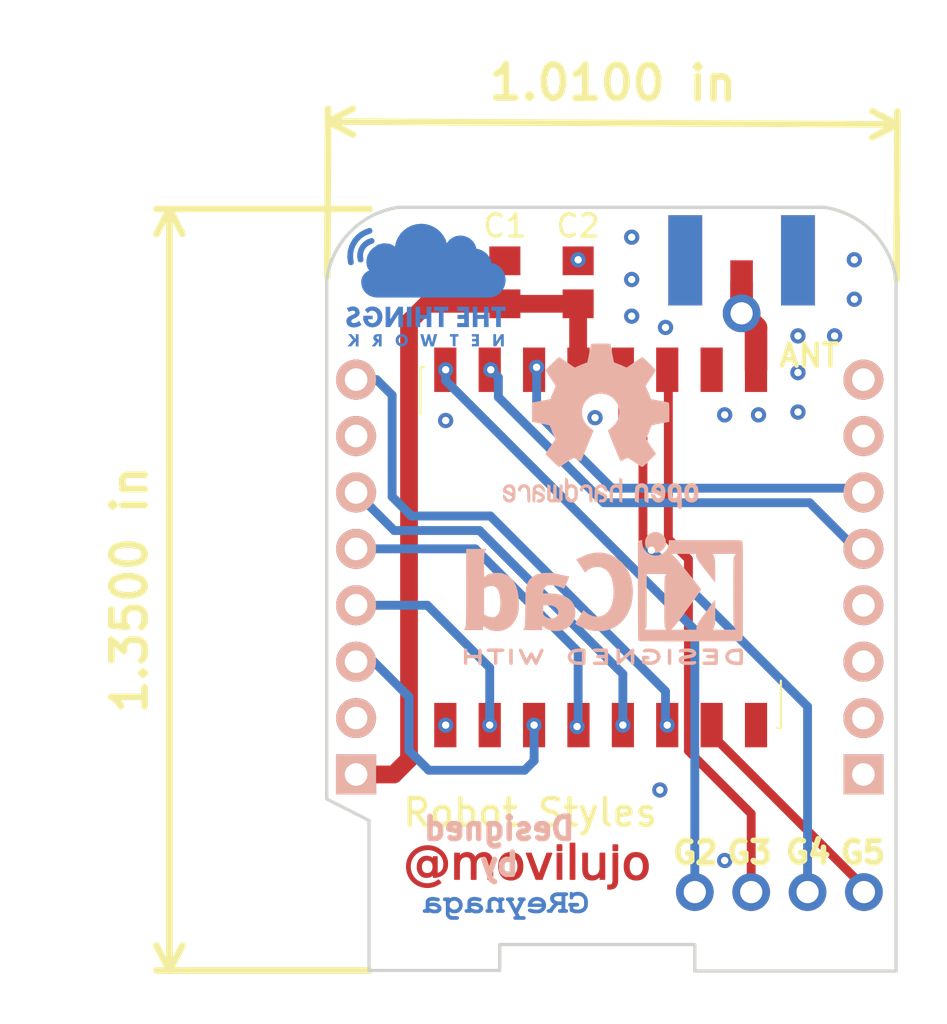
<source format=kicad_pcb>
(kicad_pcb (version 20171130) (host pcbnew 5.1.2-f72e74a~84~ubuntu18.04.1)
  (layers (0 F.Cu signal) (31 B.Cu signal) (34 B.Paste user) (35 F.Paste user) (36 B.SilkS user) (37 F.SilkS user) (38 B.Mask user) (39 F.Mask user) (44 Edge.Cuts user))
  (net 0 "")
  (net 1 /+5V)
  (net 2 /GND)
  (net 3 /D4)
  (net 4 /D3)
  (net 5 /D2)
  (net 6 /D1)
  (net 7 /RX)
  (net 8 /TX)
  (net 9 /+3.3V)
  (net 10 /D8)
  (net 11 /D7)
  (net 12 /D6)
  (net 13 /D5)
  (net 14 /D0)
  (net 15 /A0)
  (net 16 /RST)
  (net 17 "Net-(A2-Pad1)")
  (net 18 /G2)
  (net 19 /G3)
  (net 20 /G4)
  (net 21 /G5)
  (module Symbol:KiCad-Logo2_6mm_SilkScreen (layer B.Cu) (at 139.446 97.663 180)
    (fp_text reference REF** hide)
    (fp_text value KiCad-Logo2_6mm_SilkScreen hide)
  )
  (module Cats_ArduinoShieldLoRa:SMA_EDGELAUNCH_UFL_WeMos_Lora (layer F.Cu) (at 145.669 80.4164 270)
    (fp_text reference A2)
    (fp_text value ANT)
    (pad 5 smd rect (at 2.032 2.54) (size 1.524 4.064) (layers B.Cu B.Paste B.Mask) (net 2 /GND))
    (pad 4 smd rect (at 2.032 -2.54) (size 1.524 4.064) (layers B.Cu B.Paste B.Mask) (net 2 /GND))
    (pad 1 smd rect (at 3.048 0) (size 1.016 2.032) (layers F.Cu F.Paste F.Mask) (net 17 "Net-(A2-Pad1)"))
    (pad 2 smd rect (at 2.032 2.54) (size 1.524 4.064) (layers F.Cu F.Paste F.Mask) (net 2 /GND))
    (pad 3 smd rect (at 2.032 -2.54) (size 1.524 4.064) (layers F.Cu F.Paste F.Mask) (net 2 /GND))
  )
  (module D1_mini:D1_mini_Pin_Header (layer B.Cu) (at 151.157671 105.600707)
    (fp_text reference P1 hide)
    (fp_text value CONN_01X08 hide)
    (pad 1 thru_hole rect (at 0 0) (size 1.8 1.8) (drill 1.016) (layers *.Cu *.Mask B.SilkS) (net 1 /+5V))
    (pad 2 thru_hole oval (at 0 -2.54) (size 1.8 1.8) (drill 1.016) (layers *.Cu *.Mask B.SilkS) (net 2 /GND))
    (pad 3 thru_hole oval (at 0 -5.08) (size 1.8 1.8) (drill 1.016) (layers *.Cu *.Mask B.SilkS) (net 3 /D4))
    (pad 4 thru_hole oval (at 0 -7.62) (size 1.8 1.8) (drill 1.016) (layers *.Cu *.Mask B.SilkS) (net 4 /D3))
    (pad 5 thru_hole oval (at 0 -10.16) (size 1.8 1.8) (drill 1.016) (layers *.Cu *.Mask B.SilkS) (net 5 /D2))
    (pad 6 thru_hole oval (at 0 -12.7) (size 1.8 1.8) (drill 1.016) (layers *.Cu *.Mask B.SilkS) (net 6 /D1))
    (pad 7 thru_hole oval (at 0 -15.24) (size 1.8 1.8) (drill 1.016) (layers *.Cu *.Mask B.SilkS) (net 7 /RX))
    (pad 8 thru_hole oval (at 0 -17.78) (size 1.8 1.8) (drill 1.016) (layers *.Cu *.Mask B.SilkS) (net 8 /TX))
  )
  (module D1_mini:D1_mini_Pin_Header (layer B.Cu) (at 128.297671 105.600707)
    (fp_text reference P2 hide)
    (fp_text value CONN_01X08 hide)
    (pad 1 thru_hole rect (at 0 0) (size 1.8 1.8) (drill 1.016) (layers *.Cu *.Mask B.SilkS) (net 9 /+3.3V))
    (pad 2 thru_hole oval (at 0 -2.54) (size 1.8 1.8) (drill 1.016) (layers *.Cu *.Mask B.SilkS) (net 10 /D8))
    (pad 3 thru_hole oval (at 0 -5.08) (size 1.8 1.8) (drill 1.016) (layers *.Cu *.Mask B.SilkS) (net 11 /D7))
    (pad 4 thru_hole oval (at 0 -7.62) (size 1.8 1.8) (drill 1.016) (layers *.Cu *.Mask B.SilkS) (net 12 /D6))
    (pad 5 thru_hole oval (at 0 -10.16) (size 1.8 1.8) (drill 1.016) (layers *.Cu *.Mask B.SilkS) (net 13 /D5))
    (pad 6 thru_hole oval (at 0 -12.7) (size 1.8 1.8) (drill 1.016) (layers *.Cu *.Mask B.SilkS) (net 14 /D0))
    (pad 7 thru_hole oval (at 0 -15.24) (size 1.8 1.8) (drill 1.016) (layers *.Cu *.Mask B.SilkS) (net 15 /A0))
    (pad 8 thru_hole oval (at 0 -17.78) (size 1.8 1.8) (drill 1.016) (layers *.Cu *.Mask B.SilkS) (net 16 /RST))
  )
  (module Capacitor_SMD:C_0805_2012Metric_Pad1.29x1.40mm_HandSolder (layer F.Cu) (at 135.001 83.439 90)
    (fp_text reference C1 (at 2.54 0 180) (layer F.SilkS))
    (fp_text value 1u)
    (pad 2 smd rect (at 0.9675 0 90) (size 1.295 1.4) (layers F.Cu F.Paste F.Mask) (net 2 /GND))
    (pad 1 smd rect (at -0.9675 0 90) (size 1.295 1.4) (layers F.Cu F.Paste F.Mask) (net 9 /+3.3V))
  )
  (module Capacitor_SMD:C_0805_2012Metric_Pad1.29x1.40mm_HandSolder (layer F.Cu) (at 138.303 83.439 90)
    (fp_text reference C2 (at 2.54 0 180) (layer F.SilkS))
    (fp_text value 10u)
    (pad 1 smd rect (at -0.9675 0 90) (size 1.295 1.4) (layers F.Cu F.Paste F.Mask) (net 9 /+3.3V))
    (pad 2 smd rect (at 0.9675 0 90) (size 1.295 1.4) (layers F.Cu F.Paste F.Mask) (net 2 /GND))
  )
  (module Connector_PinSocket_2.54mm:PinSocket_1x04_P2.54mm_WeMos (layer F.Cu) (at 143.5608 110.8964 90)
    (fp_text reference J1 hide)
    (fp_text value Conn_01x04)
    (pad 1 thru_hole circle (at 0 0 90) (size 1.7 1.7) (drill 1) (layers *.Cu *.Mask) (net 18 /G2))
    (pad 2 thru_hole oval (at 0 2.54 90) (size 1.7 1.7) (drill 1) (layers *.Cu *.Mask) (net 19 /G3))
    (pad 3 thru_hole oval (at 0 5.08 90) (size 1.7 1.7) (drill 1) (layers *.Cu *.Mask) (net 20 /G4))
    (pad 4 thru_hole oval (at 0 7.62 90) (size 1.7 1.7) (drill 1) (layers *.Cu *.Mask) (net 21 /G5))
  )
  (module Connector_PinSocket_2.54mm:PinSocket_1x01_P2.54mm_WeMos (layer F.Cu) (at 145.669 84.836)
    (fp_text reference J2)
    (fp_text value Conn_01x01)
    (pad 1 thru_hole oval (at 0 0) (size 1.7 1.7) (drill 1) (layers *.Cu *.Mask) (net 17 "Net-(A2-Pad1)"))
  )
  (module RF_Module:HOPERF_RFM9XW_SMD_WeMos (layer F.Cu) (at 139.319 95.377 90)
    (fp_text reference U1)
    (fp_text value RFM95W-915S2)
    (pad 1 smd rect (at -8 -7 90) (size 2 1) (layers F.Cu F.Paste F.Mask) (net 2 /GND))
    (pad 2 smd rect (at -8 -5 90) (size 2 1) (layers F.Cu F.Paste F.Mask) (net 12 /D6))
    (pad 3 smd rect (at -8 -3 90) (size 2 1) (layers F.Cu F.Paste F.Mask) (net 11 /D7))
    (pad 4 smd rect (at -8 -1 90) (size 2 1) (layers F.Cu F.Paste F.Mask) (net 13 /D5))
    (pad 5 smd rect (at -8 1 90) (size 2 1) (layers F.Cu F.Paste F.Mask) (net 14 /D0))
    (pad 6 smd rect (at -8 3 90) (size 2 1) (layers F.Cu F.Paste F.Mask) (net 16 /RST))
    (pad 7 smd rect (at -8 5 90) (size 2 1) (layers F.Cu F.Paste F.Mask) (net 21 /G5))
    (pad 8 smd rect (at -8 7 90) (size 2 1) (layers F.Cu F.Paste F.Mask) (net 2 /GND))
    (pad 9 smd rect (at 8 7 90) (size 2 1) (layers F.Cu F.Paste F.Mask) (net 17 "Net-(A2-Pad1)"))
    (pad 10 smd rect (at 8 5 90) (size 2 1) (layers F.Cu F.Paste F.Mask) (net 2 /GND))
    (pad 11 smd rect (at 8 3 90) (size 2 1) (layers F.Cu F.Paste F.Mask) (net 19 /G3))
    (pad 12 smd rect (at 8 1 90) (size 2 1) (layers F.Cu F.Paste F.Mask) (net 20 /G4))
    (pad 13 smd rect (at 8 -1 90) (size 2 1) (layers F.Cu F.Paste F.Mask) (net 9 /+3.3V))
    (pad 14 smd rect (at 8 -3 90) (size 2 1) (layers F.Cu F.Paste F.Mask) (net 6 /D1))
    (pad 15 smd rect (at 8 -5 90) (size 2 1) (layers F.Cu F.Paste F.Mask) (net 5 /D2))
    (pad 16 smd rect (at 8 -7 90) (size 2 1) (layers F.Cu F.Paste F.Mask) (net 18 /G2))
  )
  (module varios:greynaga6-2-Cooper (layer B.Cu) (at 135.001 111.379 180)
    (fp_text reference GS*** hide)
    (fp_text value v hide)
    (fp_poly (pts (xy -0.69325 0.237887) (xy -0.678291 0.237691) (xy -0.66664 0.237282) (xy -0.657538 0.236627) (xy -0.650225 0.235693) (xy -0.64394 0.234449) (xy -0.637923 0.232859) (xy -0.634635 0.231882) (xy -0.615263 0.22408) (xy -0.600966 0.213639) (xy -0.59135 0.199927) (xy -0.586023 0.18231) (xy -0.584591 0.160153) (xy -0.584904 0.151778) (xy -0.586199 0.13733) (xy -0.588509 0.12693) (xy -0.592441 0.118285) (xy -0.594707 0.114647) (xy -0.607869 0.100444) (xy -0.626089 0.089721) (xy -0.648974 0.082707) (xy -0.650875 0.082335) (xy -0.661479 0.080264) (xy -0.669231 0.078614) (xy -0.672399 0.07776) (xy -0.671249 0.074838) (xy -0.667473 0.066881) (xy -0.661377 0.054486) (xy -0.653269 0.038249) (xy -0.643454 0.018768) (xy -0.63224 -0.00336) (xy -0.619933 -0.027539) (xy -0.60684 -0.053171) (xy -0.593268 -0.079659) (xy -0.579523 -0.106407) (xy -0.565912 -0.132818) (xy -0.552742 -0.158294) (xy -0.540319 -0.182239) (xy -0.528951 -0.204056) (xy -0.518943 -0.223148) (xy -0.510604 -0.238918) (xy -0.504238 -0.250768) (xy -0.500153 -0.258103) (xy -0.498679 -0.26035) (xy -0.496798 -0.25763) (xy -0.492187 -0.249795) (xy -0.485113 -0.237325) (xy -0.475841 -0.220703) (xy -0.464639 -0.200411) (xy -0.451772 -0.176931) (xy -0.437506 -0.150747) (xy -0.422108 -0.122339) (xy -0.405844 -0.092191) (xy -0.405354 -0.091281) (xy -0.314371 0.077788) (xy -0.332491 0.08014) (xy -0.358579 0.085731) (xy -0.379576 0.095037) (xy -0.395432 0.108002) (xy -0.406098 0.124572) (xy -0.411524 0.144689) (xy -0.41166 0.1683) (xy -0.411596 0.168929) (xy -0.408557 0.186228) (xy -0.40288 0.199769) (xy -0.393456 0.211955) (xy -0.390298 0.215157) (xy -0.384691 0.220382) (xy -0.379135 0.22467) (xy -0.372953 0.228119) (xy -0.365468 0.230831) (xy -0.356001 0.232906) (xy -0.343874 0.234444) (xy -0.328412 0.235545) (xy -0.308935 0.236311) (xy -0.284765 0.23684) (xy -0.255227 0.237234) (xy -0.240113 0.237392) (xy -0.21045 0.237672) (xy -0.186384 0.237834) (xy -0.167164 0.237846) (xy -0.152035 0.237677) (xy -0.140247 0.237297) (xy -0.131048 0.236672) (xy -0.123684 0.235774) (xy -0.117403 0.234569) (xy -0.111454 0.233027) (xy -0.107577 0.23188) (xy -0.087593 0.223579) (xy -0.072998 0.212296) (xy -0.063402 0.197681) (xy -0.06049 0.189501) (xy -0.057849 0.17361) (xy -0.057623 0.155516) (xy -0.059639 0.137721) (xy -0.063724 0.12273) (xy -0.065373 0.119063) (xy -0.075174 0.106022) (xy -0.089612 0.094665) (xy -0.106996 0.086122) (xy -0.120123 0.082401) (xy -0.138306 0.078824) (xy -0.316803 -0.260292) (xy -0.339526 -0.303472) (xy -0.361409 -0.345083) (xy -0.382275 -0.384779) (xy -0.401941 -0.422217) (xy -0.420228 -0.457053) (xy -0.436955 -0.488941) (xy -0.451942 -0.517539) (xy -0.465008 -0.542502) (xy -0.475973 -0.563486) (xy -0.484657 -0.580145) (xy -0.490879 -0.592137) (xy -0.494458 -0.599117) (xy -0.4953 -0.600858) (xy -0.492386 -0.601767) (xy -0.484656 -0.602876) (xy -0.473634 -0.603978) (xy -0.470694 -0.604216) (xy -0.44538 -0.607588) (xy -0.425401 -0.613522) (xy -0.41017 -0.622294) (xy -0.399097 -0.634182) (xy -0.395922 -0.639453) (xy -0.392339 -0.647473) (xy -0.390203 -0.656276) (xy -0.389188 -0.667818) (xy -0.388961 -0.681037) (xy -0.389162 -0.695451) (xy -0.390064 -0.70554) (xy -0.392069 -0.71332) (xy -0.395582 -0.720809) (xy -0.397641 -0.724417) (xy -0.407008 -0.737082) (xy -0.418946 -0.746565) (xy -0.434978 -0.753927) (xy -0.444283 -0.756934) (xy -0.448437 -0.757968) (xy -0.453651 -0.758853) (xy -0.460409 -0.759599) (xy -0.469197 -0.760217) (xy -0.480499 -0.760719) (xy -0.494801 -0.761114) (xy -0.512589 -0.761414) (xy -0.534346 -0.761629) (xy -0.560558 -0.76177) (xy -0.59171 -0.761848) (xy -0.628288 -0.761873) (xy -0.666533 -0.76186) (xy -0.709158 -0.76181) (xy -0.745879 -0.761714) (xy -0.777139 -0.761563) (xy -0.803384 -0.761349) (xy -0.825059 -0.761061) (xy -0.842608 -0.76069) (xy -0.856477 -0.760227) (xy -0.867111 -0.759662) (xy -0.874954 -0.758987) (xy -0.880452 -0.75819) (xy -0.884049 -0.757264) (xy -0.884054 -0.757262) (xy -0.899387 -0.750138) (xy -0.911383 -0.74022) (xy -0.922125 -0.725776) (xy -0.922338 -0.725435) (xy -0.927404 -0.716379) (xy -0.930457 -0.707817) (xy -0.932106 -0.697391) (xy -0.93289 -0.684466) (xy -0.93316 -0.670583) (xy -0.932391 -0.660777) (xy -0.930214 -0.652813) (xy -0.926296 -0.644525) (xy -0.918956 -0.633894) (xy -0.909612 -0.624233) (xy -0.906219 -0.621585) (xy -0.898427 -0.616644) (xy -0.890239 -0.612661) (xy -0.880892 -0.609537) (xy -0.86962 -0.607172) (xy -0.855659 -0.605466) (xy -0.838244 -0.604321) (xy -0.816611 -0.603637) (xy -0.789994 -0.603314) (xy -0.765147 -0.60325) (xy -0.674378 -0.60325) (xy -0.63167 -0.523265) (xy -0.620721 -0.502659) (xy -0.610854 -0.483898) (xy -0.60244 -0.467703) (xy -0.59585 -0.454793) (xy -0.591454 -0.445889) (xy -0.589623 -0.441713) (xy -0.589598 -0.441509) (xy -0.591112 -0.43849) (xy -0.595331 -0.430224) (xy -0.602049 -0.417111) (xy -0.611062 -0.399548) (xy -0.622165 -0.377933) (xy -0.635153 -0.352665) (xy -0.649822 -0.324141) (xy -0.665967 -0.29276) (xy -0.683383 -0.258921) (xy -0.701865 -0.223021) (xy -0.72121 -0.185459) (xy -0.72352 -0.180975) (xy -0.856807 0.077788) (xy -0.870523 0.08142) (xy -0.893313 0.089255) (xy -0.910496 0.099507) (xy -0.922541 0.112756) (xy -0.929919 0.12958) (xy -0.933101 0.150559) (xy -0.933311 0.15875) (xy -0.931657 0.180707) (xy -0.926294 0.198115) (xy -0.916623 0.211961) (xy -0.902046 0.223233) (xy -0.890548 0.229239) (xy -0.886107 0.231197) (xy -0.881683 0.232777) (xy -0.876557 0.234028) (xy -0.870009 0.234997) (xy -0.86132 0.235732) (xy -0.849769 0.236281) (xy -0.834637 0.236691) (xy -0.815204 0.237011) (xy -0.79075 0.237288) (xy -0.765583 0.237524) (xy -0.736136 0.23777) (xy -0.712278 0.237903) (xy -0.69325 0.237887)) (layer B.Cu) (width 0.01))
    (fp_poly (pts (xy 2.298534 0.25834) (xy 2.315568 0.258055) (xy 2.328899 0.257446) (xy 2.33985 0.256395) (xy 2.349745 0.254781) (xy 2.359907 0.252486) (xy 2.369203 0.250056) (xy 2.403796 0.238621) (xy 2.437402 0.223561) (xy 2.467646 0.205971) (xy 2.473325 0.202075) (xy 2.493962 0.187471) (xy 2.495806 0.238125) (xy 2.601884 0.238125) (xy 2.631271 0.238021) (xy 2.657886 0.237718) (xy 2.681039 0.237238) (xy 2.700037 0.236599) (xy 2.714189 0.23582) (xy 2.722803 0.234921) (xy 2.723681 0.234754) (xy 2.745043 0.227352) (xy 2.762234 0.215493) (xy 2.774811 0.199705) (xy 2.782334 0.180517) (xy 2.784426 0.161925) (xy 2.782846 0.14114) (xy 2.777738 0.124407) (xy 2.768598 0.110196) (xy 2.766774 0.108105) (xy 2.753977 0.096772) (xy 2.738485 0.088636) (xy 2.71925 0.083317) (xy 2.695225 0.08043) (xy 2.690143 0.080131) (xy 2.657475 0.078464) (xy 2.657472 -0.198099) (xy 2.65745 -0.251492) (xy 2.657375 -0.298947) (xy 2.657234 -0.340873) (xy 2.65701 -0.377681) (xy 2.65669 -0.409784) (xy 2.656259 -0.437591) (xy 2.655702 -0.461513) (xy 2.655004 -0.481962) (xy 2.654151 -0.499348) (xy 2.653128 -0.514082) (xy 2.651921 -0.526575) (xy 2.650514 -0.537238) (xy 2.648893 -0.546482) (xy 2.647044 -0.554717) (xy 2.644952 -0.562355) (xy 2.644403 -0.564174) (xy 2.629544 -0.602047) (xy 2.609301 -0.636917) (xy 2.584068 -0.668414) (xy 2.55424 -0.69617) (xy 2.520211 -0.719814) (xy 2.482375 -0.738978) (xy 2.443162 -0.752725) (xy 2.436709 -0.754473) (xy 2.430475 -0.755916) (xy 2.423785 -0.757089) (xy 2.415963 -0.758026) (xy 2.406333 -0.758759) (xy 2.394222 -0.759324) (xy 2.378953 -0.759753) (xy 2.359852 -0.76008) (xy 2.336242 -0.760339) (xy 2.307451 -0.760564) (xy 2.282825 -0.760725) (xy 2.253366 -0.760841) (xy 2.225627 -0.760817) (xy 2.200323 -0.760662) (xy 2.178173 -0.760387) (xy 2.159892 -0.760002) (xy 2.146198 -0.759517) (xy 2.137808 -0.758942) (xy 2.135931 -0.758652) (xy 2.1138 -0.750639) (xy 2.096359 -0.738692) (xy 2.083873 -0.723059) (xy 2.076606 -0.703986) (xy 2.076411 -0.703074) (xy 2.074017 -0.680178) (xy 2.07635 -0.65889) (xy 2.083143 -0.640308) (xy 2.094134 -0.625533) (xy 2.095312 -0.624434) (xy 2.101581 -0.619288) (xy 2.108372 -0.615037) (xy 2.116334 -0.611596) (xy 2.126111 -0.608884) (xy 2.138351 -0.606816) (xy 2.153698 -0.60531) (xy 2.1728 -0.604281) (xy 2.196303 -0.603646) (xy 2.224852 -0.603322) (xy 2.259094 -0.603226) (xy 2.259639 -0.603226) (xy 2.293581 -0.60314) (xy 2.321897 -0.602854) (xy 2.345308 -0.602301) (xy 2.364535 -0.601413) (xy 2.3803 -0.600124) (xy 2.393324 -0.598367) (xy 2.404331 -0.596074) (xy 2.41404 -0.593178) (xy 2.423174 -0.589611) (xy 2.427679 -0.587589) (xy 2.450436 -0.574346) (xy 2.468276 -0.557734) (xy 2.482129 -0.53686) (xy 2.483613 -0.533936) (xy 2.493962 -0.51293) (xy 2.496062 -0.39629) (xy 2.476351 -0.409675) (xy 2.45242 -0.424131) (xy 2.424696 -0.437949) (xy 2.395717 -0.449972) (xy 2.368438 -0.458924) (xy 2.336962 -0.46546) (xy 2.301649 -0.469053) (xy 2.264274 -0.469732) (xy 2.226612 -0.467527) (xy 2.190438 -0.462466) (xy 2.160587 -0.455485) (xy 2.11806 -0.440021) (xy 2.077996 -0.419181) (xy 2.040916 -0.393493) (xy 2.00734 -0.363488) (xy 1.977786 -0.329695) (xy 1.952775 -0.292643) (xy 1.932827 -0.252861) (xy 1.91846 -0.21088) (xy 1.917725 -0.20806) (xy 1.90826 -0.159106) (xy 1.904761 -0.110127) (xy 1.905027 -0.104775) (xy 2.065954 -0.104775) (xy 2.068858 -0.140612) (xy 2.077508 -0.173789) (xy 2.091978 -0.204503) (xy 2.112346 -0.232953) (xy 2.116739 -0.237954) (xy 2.14423 -0.263816) (xy 2.174718 -0.284214) (xy 2.207705 -0.298986) (xy 2.242695 -0.307971) (xy 2.279192 -0.311008) (xy 2.3167 -0.307936) (xy 2.326615 -0.306105) (xy 2.36061 -0.296076) (xy 2.392188 -0.280813) (xy 2.420722 -0.260909) (xy 2.445585 -0.236957) (xy 2.46615 -0.209549) (xy 2.48179 -0.179279) (xy 2.491015 -0.150607) (xy 2.494695 -0.125339) (xy 2.494994 -0.097443) (xy 2.492054 -0.069575) (xy 2.486018 -0.044388) (xy 2.485168 -0.041888) (xy 2.470719 -0.010068) (xy 2.451201 0.018668) (xy 2.42733 0.043864) (xy 2.399818 0.065063) (xy 2.369378 0.081808) (xy 2.336726 0.093642) (xy 2.302573 0.100108) (xy 2.267634 0.10075) (xy 2.262968 0.100372) (xy 2.242854 0.097969) (xy 2.225709 0.094464) (xy 2.2091 0.089167) (xy 2.190595 0.081384) (xy 2.181909 0.077321) (xy 2.166722 0.069591) (xy 2.154358 0.061898) (xy 2.14269 0.052708) (xy 2.129592 0.040489) (xy 2.126248 0.037183) (xy 2.10297 0.010829) (xy 2.085675 -0.016252) (xy 2.073996 -0.044923) (xy 2.067566 -0.076046) (xy 2.065954 -0.104775) (xy 1.905027 -0.104775) (xy 1.907175 -0.061724) (xy 1.915448 -0.014499) (xy 1.929527 0.030949) (xy 1.941517 0.058738) (xy 1.954606 0.083855) (xy 1.968412 0.105838) (xy 1.984209 0.12639) (xy 2.003274 0.147216) (xy 2.019984 0.163567) (xy 2.055129 0.193004) (xy 2.092676 0.216936) (xy 2.133342 0.235743) (xy 2.177844 0.249808) (xy 2.185798 0.251744) (xy 2.197382 0.254219) (xy 2.208675 0.256017) (xy 2.221017 0.257238) (xy 2.235749 0.257979) (xy 2.254212 0.25834) (xy 2.276475 0.258421) (xy 2.298534 0.25834)) (layer B.Cu) (width 0.01))
    (fp_poly (pts (xy -1.408884 0.257616) (xy -1.361811 0.251717) (xy -1.316582 0.241517) (xy -1.274176 0.227096) (xy -1.235576 0.208538) (xy -1.231663 0.206282) (xy -1.193234 0.180751) (xy -1.158048 0.151405) (xy -1.126801 0.119003) (xy -1.100187 0.084301) (xy -1.078901 0.048055) (xy -1.071275 0.031514) (xy -1.059737 0.0002) (xy -1.051198 -0.032397) (xy -1.045448 -0.067499) (xy -1.042278 -0.106327) (xy -1.041456 -0.142081) (xy -1.0414 -0.180975) (xy -1.360828 -0.180975) (xy -1.412944 -0.180979) (xy -1.459072 -0.180996) (xy -1.499572 -0.181032) (xy -1.534805 -0.181093) (xy -1.565133 -0.181186) (xy -1.590917 -0.181317) (xy -1.612518 -0.181492) (xy -1.630298 -0.181718) (xy -1.644616 -0.182001) (xy -1.655836 -0.182347) (xy -1.664317 -0.182763) (xy -1.670421 -0.183255) (xy -1.674509 -0.183829) (xy -1.676942 -0.184491) (xy -1.678082 -0.185249) (xy -1.678289 -0.186107) (xy -1.678174 -0.186531) (xy -1.671496 -0.200203) (xy -1.661311 -0.216052) (xy -1.648966 -0.232159) (xy -1.636229 -0.246189) (xy -1.610802 -0.267167) (xy -1.580554 -0.284372) (xy -1.545825 -0.297727) (xy -1.506959 -0.307153) (xy -1.464296 -0.312574) (xy -1.418179 -0.313913) (xy -1.36895 -0.311091) (xy -1.355706 -0.309669) (xy -1.334965 -0.30702) (xy -1.314825 -0.303943) (xy -1.294033 -0.300189) (xy -1.271337 -0.295512) (xy -1.245483 -0.289662) (xy -1.215219 -0.28239) (xy -1.203325 -0.279456) (xy -1.1737 -0.272452) (xy -1.149278 -0.26756) (xy -1.129268 -0.264795) (xy -1.112882 -0.264171) (xy -1.099328 -0.265705) (xy -1.087817 -0.269409) (xy -1.077558 -0.2753) (xy -1.069331 -0.281947) (xy -1.055379 -0.297442) (xy -1.046986 -0.314322) (xy -1.043442 -0.334167) (xy -1.043226 -0.340242) (xy -1.043464 -0.352597) (xy -1.044994 -0.361271) (xy -1.048528 -0.368904) (xy -1.052647 -0.375143) (xy -1.063306 -0.387692) (xy -1.077153 -0.399173) (xy -1.094791 -0.409897) (xy -1.116823 -0.420176) (xy -1.143853 -0.43032) (xy -1.176484 -0.44064) (xy -1.183825 -0.442778) (xy -1.223396 -0.452649) (xy -1.267301 -0.460885) (xy -1.313665 -0.467163) (xy -1.340817 -0.469769) (xy -1.356393 -0.47074) (xy -1.375934 -0.471511) (xy -1.398094 -0.472072) (xy -1.421527 -0.472415) (xy -1.444888 -0.472531) (xy -1.466831 -0.47241) (xy -1.486011 -0.472045) (xy -1.50108 -0.471425) (xy -1.508125 -0.470873) (xy -1.516117 -0.469732) (xy -1.528291 -0.46766) (xy -1.542611 -0.465013) (xy -1.550106 -0.463552) (xy -1.599358 -0.451004) (xy -1.644675 -0.433627) (xy -1.686502 -0.411187) (xy -1.725285 -0.38345) (xy -1.756018 -0.355708) (xy -1.786311 -0.321967) (xy -1.810718 -0.286688) (xy -1.829543 -0.249217) (xy -1.843087 -0.208903) (xy -1.851654 -0.165092) (xy -1.853931 -0.144462) (xy -1.855328 -0.095106) (xy -1.850816 -0.047855) (xy -1.848571 -0.0381) (xy -1.676119 -0.0381) (xy -1.221687 -0.0381) (xy -1.223806 -0.029368) (xy -1.228653 -0.01689) (xy -1.237265 -0.001973) (xy -1.24855 0.013736) (xy -1.261411 0.028588) (xy -1.264208 0.031443) (xy -1.282702 0.047225) (xy -1.305178 0.062278) (xy -1.329307 0.075174) (xy -1.348035 0.082905) (xy -1.383927 0.092574) (xy -1.422591 0.097717) (xy -1.462392 0.098351) (xy -1.501697 0.094495) (xy -1.538871 0.086165) (xy -1.555138 0.080711) (xy -1.584353 0.067265) (xy -1.611047 0.050178) (xy -1.634358 0.030234) (xy -1.653424 0.00822) (xy -1.667383 -0.015079) (xy -1.671691 -0.02555) (xy -1.676119 -0.0381) (xy -1.848571 -0.0381) (xy -1.840468 -0.002893) (xy -1.824358 0.039595) (xy -1.802559 0.079424) (xy -1.775146 0.116407) (xy -1.742191 0.150361) (xy -1.733694 0.157843) (xy -1.700335 0.184115) (xy -1.6671 0.205417) (xy -1.632131 0.222813) (xy -1.595982 0.236565) (xy -1.551349 0.248687) (xy -1.504633 0.256182) (xy -1.456818 0.259131) (xy -1.408884 0.257616)) (layer B.Cu) (width 0.01))
    (fp_poly (pts (xy 1.428856 0.256821) (xy 1.476526 0.249673) (xy 1.520116 0.238011) (xy 1.559457 0.221869) (xy 1.589647 0.204507) (xy 1.617347 0.183124) (xy 1.639714 0.159154) (xy 1.657527 0.131732) (xy 1.660782 0.125413) (xy 1.665257 0.116146) (xy 1.669079 0.107452) (xy 1.672301 0.09876) (xy 1.674973 0.089501) (xy 1.677148 0.079104) (xy 1.678875 0.066997) (xy 1.680206 0.05261) (xy 1.681193 0.035373) (xy 1.681886 0.014716) (xy 1.682337 -0.009933) (xy 1.682597 -0.039145) (xy 1.682717 -0.073488) (xy 1.682749 -0.113535) (xy 1.68275 -0.119341) (xy 1.68275 -0.288925) (xy 1.702804 -0.288925) (xy 1.733296 -0.290827) (xy 1.75879 -0.29652) (xy 1.779249 -0.305983) (xy 1.794638 -0.319196) (xy 1.804924 -0.336136) (xy 1.80951 -0.352706) (xy 1.810795 -0.376668) (xy 1.806711 -0.397901) (xy 1.797525 -0.415939) (xy 1.783502 -0.430314) (xy 1.764908 -0.440559) (xy 1.758223 -0.442834) (xy 1.752573 -0.444186) (xy 1.745234 -0.445274) (xy 1.73553 -0.446122) (xy 1.722785 -0.446756) (xy 1.706324 -0.447203) (xy 1.685472 -0.447488) (xy 1.659553 -0.447636) (xy 1.631373 -0.447675) (xy 1.520825 -0.447675) (xy 1.520825 -0.4318) (xy 1.52052 -0.422741) (xy 1.519741 -0.416993) (xy 1.519131 -0.415925) (xy 1.515573 -0.417244) (xy 1.50827 -0.420628) (xy 1.502463 -0.423502) (xy 1.478277 -0.434233) (xy 1.4495 -0.444525) (xy 1.417888 -0.453867) (xy 1.3852 -0.461746) (xy 1.353192 -0.467651) (xy 1.34849 -0.468345) (xy 1.33283 -0.470022) (xy 1.313249 -0.471293) (xy 1.291257 -0.472141) (xy 1.268364 -0.472552) (xy 1.24608 -0.472509) (xy 1.225914 -0.471998) (xy 1.209379 -0.471002) (xy 1.199894 -0.469866) (xy 1.157188 -0.459891) (xy 1.117465 -0.445055) (xy 1.081304 -0.42565) (xy 1.049282 -0.40197) (xy 1.031207 -0.384683) (xy 1.011064 -0.360917) (xy 0.996427 -0.337626) (xy 0.986733 -0.313412) (xy 0.981421 -0.286878) (xy 0.979924 -0.257175) (xy 0.980016 -0.252945) (xy 1.14935 -0.252945) (xy 1.152401 -0.268023) (xy 1.161357 -0.281504) (xy 1.175915 -0.293142) (xy 1.195775 -0.302695) (xy 1.2192 -0.309599) (xy 1.234037 -0.311765) (xy 1.253394 -0.31286) (xy 1.27554 -0.312925) (xy 1.298742 -0.312004) (xy 1.32127 -0.310139) (xy 1.341391 -0.307373) (xy 1.3462 -0.306475) (xy 1.39137 -0.294747) (xy 1.438463 -0.277309) (xy 1.477962 -0.258978) (xy 1.522412 -0.236537) (xy 1.523303 -0.197643) (xy 1.523455 -0.182774) (xy 1.523219 -0.170526) (xy 1.522646 -0.162114) (xy 1.521784 -0.158752) (xy 1.521716 -0.158737) (xy 1.517664 -0.158262) (xy 1.508898 -0.157) (xy 1.496973 -0.15518) (xy 1.490662 -0.154187) (xy 1.44561 -0.148105) (xy 1.402614 -0.144411) (xy 1.362432 -0.143107) (xy 1.325823 -0.144194) (xy 1.293547 -0.147673) (xy 1.266361 -0.153545) (xy 1.265355 -0.15384) (xy 1.235143 -0.164537) (xy 1.208748 -0.177388) (xy 1.186624 -0.192004) (xy 1.169224 -0.207999) (xy 1.157002 -0.224985) (xy 1.150412 -0.242573) (xy 1.14935 -0.252945) (xy 0.980016 -0.252945) (xy 0.980298 -0.240122) (xy 0.98148 -0.226853) (xy 0.983876 -0.214814) (xy 0.987894 -0.201452) (xy 0.98959 -0.196476) (xy 1.003199 -0.165337) (xy 1.021896 -0.136246) (xy 1.046221 -0.108408) (xy 1.055562 -0.099372) (xy 1.09097 -0.070295) (xy 1.129688 -0.04606) (xy 1.172072 -0.026507) (xy 1.218477 -0.011476) (xy 1.269258 -0.000806) (xy 1.276731 0.000348) (xy 1.298598 0.002623) (xy 1.32528 0.003866) (xy 1.355334 0.004131) (xy 1.387319 0.00347) (xy 1.419792 0.001939) (xy 1.451312 -0.000411) (xy 1.480437 -0.003524) (xy 1.505724 -0.007348) (xy 1.511041 -0.008362) (xy 1.521491 -0.010452) (xy 1.520364 0.018297) (xy 1.519646 0.032363) (xy 1.518497 0.041899) (xy 1.516434 0.048724) (xy 1.51297 0.054657) (xy 1.509463 0.059242) (xy 1.495116 0.072907) (xy 1.476243 0.083559) (xy 1.452554 0.091285) (xy 1.423758 0.096173) (xy 1.389564 0.098308) (xy 1.378313 0.098426) (xy 1.359754 0.09825) (xy 1.342881 0.097623) (xy 1.326499 0.096392) (xy 1.309415 0.094403) (xy 1.290437 0.091503) (xy 1.26837 0.087541) (xy 1.242022 0.082364) (xy 1.223962 0.078672) (xy 1.18993 0.072129) (xy 1.161473 0.067733) (xy 1.138197 0.065458) (xy 1.11971 0.06528) (xy 1.10562 0.067174) (xy 1.096505 0.070556) (xy 1.078567 0.083787) (xy 1.065414 0.101054) (xy 1.057321 0.12192) (xy 1.054997 0.136128) (xy 1.055197 0.157779) (xy 1.060241 0.175872) (xy 1.070408 0.191261) (xy 1.074296 0.195283) (xy 1.080508 0.200754) (xy 1.087219 0.205266) (xy 1.095721 0.209416) (xy 1.107304 0.213803) (xy 1.123262 0.219025) (xy 1.130341 0.22123) (xy 1.167335 0.232086) (xy 1.200908 0.240569) (xy 1.233239 0.247091) (xy 1.266504 0.252063) (xy 1.302881 0.255897) (xy 1.321948 0.257444) (xy 1.377274 0.259422) (xy 1.428856 0.256821)) (layer B.Cu) (width 0.01))
    (fp_poly (pts (xy 3.294858 0.257621) (xy 3.341954 0.252197) (xy 3.38518 0.242867) (xy 3.402012 0.237772) (xy 3.436003 0.223973) (xy 3.467184 0.206312) (xy 3.494769 0.185419) (xy 3.517974 0.161921) (xy 3.536013 0.136446) (xy 3.541395 0.126285) (xy 3.545654 0.117278) (xy 3.54929 0.108953) (xy 3.552352 0.100739) (xy 3.55489 0.092067) (xy 3.556952 0.082365) (xy 3.558589 0.071063) (xy 3.55985 0.057591) (xy 3.560784 0.041378) (xy 3.561441 0.021853) (xy 3.56187 -0.001554) (xy 3.562122 -0.029413) (xy 3.562245 -0.062295) (xy 3.562289 -0.100771) (xy 3.562294 -0.114615) (xy 3.56235 -0.287968) (xy 3.594893 -0.28985) (xy 3.621936 -0.292687) (xy 3.643675 -0.297948) (xy 3.660798 -0.305953) (xy 3.673993 -0.317022) (xy 3.683789 -0.331177) (xy 3.687692 -0.340056) (xy 3.689888 -0.349785) (xy 3.690779 -0.362577) (xy 3.690861 -0.370205) (xy 3.690601 -0.383815) (xy 3.68948 -0.393359) (xy 3.68697 -0.401109) (xy 3.68254 -0.409343) (xy 3.681263 -0.411432) (xy 3.672979 -0.422518) (xy 3.662714 -0.430963) (xy 3.652965 -0.436513) (xy 3.634254 -0.446087) (xy 3.517339 -0.447027) (xy 3.400425 -0.447967) (xy 3.400425 -0.416005) (xy 3.382168 -0.424348) (xy 3.355535 -0.43536) (xy 3.325186 -0.445986) (xy 3.293738 -0.455377) (xy 3.2639 -0.462666) (xy 3.243479 -0.466117) (xy 3.219027 -0.468859) (xy 3.192034 -0.470848) (xy 3.163992 -0.472042) (xy 3.136394 -0.472396) (xy 3.110731 -0.471866) (xy 3.088496 -0.470409) (xy 3.072574 -0.468256) (xy 3.032734 -0.458251) (xy 2.995754 -0.444045) (xy 2.962133 -0.426029) (xy 2.932371 -0.404591) (xy 2.906968 -0.380122) (xy 2.886423 -0.353011) (xy 2.871235 -0.323647) (xy 2.865345 -0.306672) (xy 2.861971 -0.288572) (xy 2.860719 -0.266682) (xy 2.861109 -0.254683) (xy 3.029019 -0.254683) (xy 3.031999 -0.267425) (xy 3.04061 -0.279693) (xy 3.054137 -0.290927) (xy 3.071861 -0.300573) (xy 3.093065 -0.308072) (xy 3.100075 -0.309838) (xy 3.116978 -0.312315) (xy 3.138383 -0.313322) (xy 3.162636 -0.312936) (xy 3.188079 -0.311231) (xy 3.213056 -0.308282) (xy 3.23591 -0.304163) (xy 3.2385 -0.303578) (xy 3.272125 -0.294668) (xy 3.304021 -0.283706) (xy 3.336441 -0.269843) (xy 3.363912 -0.256278) (xy 3.402012 -0.236535) (xy 3.402901 -0.197985) (xy 3.403789 -0.159434) (xy 3.383769 -0.155948) (xy 3.345818 -0.15026) (xy 3.307644 -0.146262) (xy 3.270307 -0.143974) (xy 3.234865 -0.143412) (xy 3.202375 -0.144595) (xy 3.173896 -0.147539) (xy 3.151187 -0.152073) (xy 3.121762 -0.161732) (xy 3.095407 -0.173897) (xy 3.072674 -0.188104) (xy 3.054117 -0.203888) (xy 3.040288 -0.220785) (xy 3.031742 -0.238329) (xy 3.029019 -0.254683) (xy 2.861109 -0.254683) (xy 2.861484 -0.24316) (xy 2.864159 -0.220161) (xy 2.868639 -0.199843) (xy 2.870928 -0.192908) (xy 2.881721 -0.168052) (xy 2.894927 -0.145837) (xy 2.911823 -0.124316) (xy 2.925762 -0.109402) (xy 2.9586 -0.079726) (xy 2.994063 -0.05486) (xy 3.032769 -0.034495) (xy 3.075341 -0.018322) (xy 3.122396 -0.006032) (xy 3.14001 -0.002596) (xy 3.165339 0.00081) (xy 3.195398 0.002976) (xy 3.228698 0.003935) (xy 3.263746 0.00372) (xy 3.299053 0.002366) (xy 3.333129 -0.000095) (xy 3.364481 -0.003629) (xy 3.391621 -0.008203) (xy 3.391693 -0.008218) (xy 3.400425 -0.010029) (xy 3.400425 0.015781) (xy 3.399749 0.033039) (xy 3.397256 0.045871) (xy 3.392244 0.056103) (xy 3.384011 0.065562) (xy 3.379831 0.069386) (xy 3.36453 0.080022) (xy 3.345487 0.088111) (xy 3.322145 0.093782) (xy 3.293949 0.097168) (xy 3.260344 0.098397) (xy 3.256476 0.098407) (xy 3.236862 0.098117) (xy 3.218066 0.097164) (xy 3.1989 0.095392) (xy 3.178171 0.092648) (xy 3.15469 0.088776) (xy 3.127266 0.083623) (xy 3.099768 0.078079) (xy 3.069938 0.072148) (xy 3.045451 0.067873) (xy 3.025514 0.065281) (xy 3.009331 0.064399) (xy 2.996109 0.065257) (xy 2.985052 0.06788) (xy 2.975368 0.072297) (xy 2.966261 0.078536) (xy 2.961021 0.08292) (xy 2.94773 0.098515) (xy 2.938933 0.117116) (xy 2.934788 0.137338) (xy 2.935455 0.157799) (xy 2.941092 0.177114) (xy 2.948734 0.19009) (xy 2.955435 0.197112) (xy 2.964864 0.203612) (xy 2.977817 0.20996) (xy 2.995093 0.216521) (xy 3.017487 0.223665) (xy 3.02869 0.22695) (xy 3.083408 0.240714) (xy 3.138166 0.250686) (xy 3.192182 0.256843) (xy 3.244673 0.259162) (xy 3.294858 0.257621)) (layer B.Cu) (width 0.01))
    (fp_poly (pts (xy -2.975093 0.487295) (xy -2.958806 0.481562) (xy -2.949319 0.475332) (xy -2.941943 0.467039) (xy -2.935288 0.455604) (xy -2.925763 0.437033) (xy -2.924772 0.33272) (xy -2.924535 0.302881) (xy -2.924464 0.278668) (xy -2.924582 0.259358) (xy -2.924912 0.24423) (xy -2.925478 0.23256) (xy -2.926303 0.223626) (xy -2.92741 0.216705) (xy -2.928657 0.211636) (xy -2.936615 0.191227) (xy -2.947388 0.176183) (xy -2.961588 0.166054) (xy -2.97983 0.160395) (xy -3.00115 0.15875) (xy -3.015042 0.159329) (xy -3.027563 0.160863) (xy -3.036265 0.163049) (xy -3.036434 0.163119) (xy -3.047557 0.169857) (xy -3.057357 0.180526) (xy -3.066178 0.195727) (xy -3.074367 0.216059) (xy -3.082271 0.242122) (xy -3.082516 0.243032) (xy -3.090338 0.260301) (xy -3.10375 0.276127) (xy -3.122115 0.29031) (xy -3.144795 0.302648) (xy -3.171152 0.312939) (xy -3.20055 0.320983) (xy -3.232351 0.326578) (xy -3.265917 0.329523) (xy -3.30061 0.329616) (xy -3.335795 0.326657) (xy -3.343834 0.325532) (xy -3.385635 0.316345) (xy -3.424127 0.30205) (xy -3.458992 0.282944) (xy -3.489912 0.259323) (xy -3.516568 0.231483) (xy -3.538642 0.199723) (xy -3.555816 0.164337) (xy -3.567772 0.125624) (xy -3.570044 0.114744) (xy -3.571827 0.10144) (xy -3.573253 0.083102) (xy -3.57432 0.060872) (xy -3.575029 0.035891) (xy -3.57538 0.0093) (xy -3.575372 -0.017759) (xy -3.575007 -0.044145) (xy -3.574284 -0.068716) (xy -3.573203 -0.090331) (xy -3.571763 -0.107849) (xy -3.570036 -0.119792) (xy -3.559542 -0.157609) (xy -3.544526 -0.191143) (xy -3.524917 -0.220455) (xy -3.500642 -0.245602) (xy -3.47163 -0.266643) (xy -3.437807 -0.283638) (xy -3.399103 -0.296646) (xy -3.355445 -0.305725) (xy -3.340184 -0.307839) (xy -3.296209 -0.311049) (xy -3.250528 -0.310329) (xy -3.20481 -0.305863) (xy -3.160728 -0.297839) (xy -3.119951 -0.286441) (xy -3.107532 -0.281981) (xy -3.082925 -0.272588) (xy -3.082925 -0.168902) (xy -3.177382 -0.167493) (xy -3.207581 -0.166968) (xy -3.23221 -0.166312) (xy -3.252047 -0.165416) (xy -3.267871 -0.164173) (xy -3.280462 -0.162474) (xy -3.290598 -0.16021) (xy -3.299059 -0.157273) (xy -3.306624 -0.153554) (xy -3.314072 -0.148946) (xy -3.314981 -0.148337) (xy -3.327733 -0.136063) (xy -3.336758 -0.1195) (xy -3.341742 -0.099714) (xy -3.342371 -0.077769) (xy -3.340243 -0.062601) (xy -3.334333 -0.045383) (xy -3.324127 -0.031763) (xy -3.308908 -0.020956) (xy -3.297238 -0.015561) (xy -3.278188 -0.007937) (xy -3.103563 -0.007937) (xy -3.065399 -0.007952) (xy -3.033039 -0.008006) (xy -3.005937 -0.008116) (xy -2.983548 -0.008298) (xy -2.965326 -0.008567) (xy -2.950726 -0.00894) (xy -2.939201 -0.009432) (xy -2.930206 -0.01006) (xy -2.923195 -0.01084) (xy -2.917622 -0.011787) (xy -2.912943 -0.012917) (xy -2.910696 -0.013578) (xy -2.890083 -0.022765) (xy -2.874327 -0.035933) (xy -2.863638 -0.052803) (xy -2.858229 -0.073095) (xy -2.85757 -0.083769) (xy -2.859763 -0.107377) (xy -2.866709 -0.126916) (xy -2.878668 -0.142806) (xy -2.895902 -0.155468) (xy -2.904925 -0.159991) (xy -2.924175 -0.168631) (xy -2.924175 -0.375067) (xy -2.969419 -0.396749) (xy -3.009386 -0.415152) (xy -3.045798 -0.430222) (xy -3.080147 -0.442481) (xy -3.113923 -0.452453) (xy -3.148617 -0.460659) (xy -3.15595 -0.462166) (xy -3.16877 -0.464021) (xy -3.186689 -0.465616) (xy -3.20846 -0.466925) (xy -3.232837 -0.467923) (xy -3.258574 -0.468583) (xy -3.284424 -0.468881) (xy -3.30914 -0.468791) (xy -3.331476 -0.468287) (xy -3.350186 -0.467343) (xy -3.360738 -0.466374) (xy -3.400872 -0.459972) (xy -3.441506 -0.450536) (xy -3.480867 -0.438591) (xy -3.517182 -0.424665) (xy -3.5433 -0.412211) (xy -3.581697 -0.388292) (xy -3.616534 -0.359389) (xy -3.647516 -0.325966) (xy -3.674347 -0.288485) (xy -3.696729 -0.24741) (xy -3.714366 -0.203205) (xy -3.726961 -0.156333) (xy -3.733458 -0.114969) (xy -3.734743 -0.098693) (xy -3.735726 -0.07743) (xy -3.736407 -0.052535) (xy -3.736784 -0.025364) (xy -3.736855 0.002728) (xy -3.736619 0.030384) (xy -3.736076 0.05625) (xy -3.735224 0.07897) (xy -3.734061 0.097188) (xy -3.733661 0.101478) (xy -3.726428 0.147428) (xy -3.714482 0.192508) (xy -3.698377 0.234713) (xy -3.694442 0.243181) (xy -3.679115 0.2729) (xy -3.663221 0.298868) (xy -3.645405 0.322983) (xy -3.624309 0.347143) (xy -3.608401 0.363565) (xy -3.572999 0.395891) (xy -3.536593 0.422723) (xy -3.498131 0.444629) (xy -3.456562 0.462179) (xy -3.410835 0.475941) (xy -3.393086 0.480092) (xy -3.381359 0.482485) (xy -3.3703 0.484278) (xy -3.35869 0.485554) (xy -3.34531 0.486397) (xy -3.32894 0.486888) (xy -3.308361 0.487112) (xy -3.2893 0.487154) (xy -3.262238 0.487018) (xy -3.240367 0.486563) (xy -3.222533 0.485724) (xy -3.207583 0.484438) (xy -3.194363 0.482641) (xy -3.187912 0.481506) (xy -3.161803 0.475687) (xy -3.133885 0.467947) (xy -3.106775 0.459083) (xy -3.08309 0.44989) (xy -3.080845 0.44891) (xy -3.069119 0.444359) (xy -3.062617 0.443384) (xy -3.061261 0.444407) (xy -3.056855 0.452384) (xy -3.049086 0.462197) (xy -3.039707 0.471925) (xy -3.030471 0.479645) (xy -3.027215 0.481736) (xy -3.011716 0.487398) (xy -2.993541 0.489249) (xy -2.975093 0.487295)) (layer B.Cu) (width 0.01))
    (fp_poly (pts (xy -2.416406 0.466363) (xy -2.390736 0.466096) (xy -2.368815 0.465653) (xy -2.350125 0.46501) (xy -2.334145 0.464142) (xy -2.320355 0.463026) (xy -2.308236 0.461638) (xy -2.297267 0.459953) (xy -2.286928 0.457947) (xy -2.2767 0.455597) (xy -2.266063 0.452878) (xy -2.262939 0.452046) (xy -2.223392 0.438724) (xy -2.186136 0.420778) (xy -2.151861 0.398756) (xy -2.121257 0.373204) (xy -2.095013 0.344671) (xy -2.07382 0.313703) (xy -2.063789 0.294124) (xy -2.05192 0.260839) (xy -2.044633 0.224872) (xy -2.042201 0.18821) (xy -2.044547 0.155179) (xy -2.052587 0.119599) (xy -2.066138 0.0863) (xy -2.085434 0.054853) (xy -2.110708 0.024825) (xy -2.120886 0.01469) (xy -2.131565 0.005111) (xy -2.144432 -0.005474) (xy -2.158425 -0.016303) (xy -2.172484 -0.026612) (xy -2.18555 -0.035637) (xy -2.196561 -0.042616) (xy -2.204457 -0.046784) (xy -2.207435 -0.047625) (xy -2.206582 -0.049686) (xy -2.201892 -0.055319) (xy -2.194107 -0.063696) (xy -2.18397 -0.073988) (xy -2.182481 -0.075459) (xy -2.138558 -0.121791) (xy -2.09578 -0.17287) (xy -2.055443 -0.227092) (xy -2.033575 -0.259506) (xy -2.014538 -0.288825) (xy -1.995488 -0.28893) (xy -1.974732 -0.290296) (xy -1.954239 -0.293867) (xy -1.935893 -0.29919) (xy -1.921579 -0.30581) (xy -1.919288 -0.307304) (xy -1.905183 -0.320228) (xy -1.896029 -0.336123) (xy -1.891478 -0.355741) (xy -1.890809 -0.3683) (xy -1.892902 -0.391429) (xy -1.899557 -0.410249) (xy -1.911035 -0.425117) (xy -1.927594 -0.436392) (xy -1.944884 -0.44313) (xy -1.951817 -0.444675) (xy -1.961551 -0.44586) (xy -1.974809 -0.446717) (xy -1.99231 -0.447283) (xy -2.014778 -0.44759) (xy -2.040264 -0.447675) (xy -2.120543 -0.447675) (xy -2.13837 -0.415911) (xy -2.156902 -0.38447) (xy -2.177684 -0.351981) (xy -2.200202 -0.31907) (xy -2.22394 -0.286366) (xy -2.248385 -0.254494) (xy -2.273022 -0.224081) (xy -2.297336 -0.195753) (xy -2.320813 -0.170139) (xy -2.342938 -0.147863) (xy -2.363198 -0.129553) (xy -2.381077 -0.115835) (xy -2.388634 -0.111081) (xy -2.405063 -0.101659) (xy -2.480469 -0.101629) (xy -2.555875 -0.1016) (xy -2.555875 -0.288925) (xy -2.520157 -0.28898) (xy -2.488974 -0.290151) (xy -2.463233 -0.293688) (xy -2.442408 -0.299781) (xy -2.425976 -0.308623) (xy -2.413412 -0.320403) (xy -2.406725 -0.33034) (xy -2.402302 -0.339676) (xy -2.399881 -0.349213) (xy -2.398944 -0.361457) (xy -2.398867 -0.3683) (xy -2.400994 -0.391286) (xy -2.407465 -0.409852) (xy -2.418428 -0.424344) (xy -2.425503 -0.430075) (xy -2.431209 -0.433917) (xy -2.436702 -0.437155) (xy -2.442557 -0.43984) (xy -2.44935 -0.442024) (xy -2.457657 -0.443757) (xy -2.468054 -0.445091) (xy -2.481116 -0.446077) (xy -2.497419 -0.446767) (xy -2.517539 -0.44721) (xy -2.542052 -0.44746) (xy -2.571532 -0.447566) (xy -2.606556 -0.44758) (xy -2.622261 -0.447571) (xy -2.657911 -0.447531) (xy -2.687794 -0.44745) (xy -2.712496 -0.447308) (xy -2.7326 -0.447085) (xy -2.74869 -0.44676) (xy -2.761351 -0.446314) (xy -2.771167 -0.445725) (xy -2.778722 -0.444975) (xy -2.784599 -0.444043) (xy -2.789384 -0.442909) (xy -2.793316 -0.441672) (xy -2.812884 -0.431968) (xy -2.827694 -0.418198) (xy -2.83757 -0.400693) (xy -2.842335 -0.379783) (xy -2.841814 -0.355799) (xy -2.841239 -0.351772) (xy -2.835234 -0.332381) (xy -2.823995 -0.316427) (xy -2.807689 -0.304011) (xy -2.786485 -0.295233) (xy -2.760552 -0.290195) (xy -2.736267 -0.288925) (xy -2.7178 -0.288925) (xy -2.7178 0.05715) (xy -2.555875 0.05715) (xy -2.505869 0.057178) (xy -2.483935 0.057417) (xy -2.459739 0.058048) (xy -2.436017 0.058981) (xy -2.415504 0.060123) (xy -2.412907 0.060304) (xy -2.379126 0.063717) (xy -2.349865 0.068941) (xy -2.323456 0.076375) (xy -2.298227 0.086415) (xy -2.292979 0.088866) (xy -2.27115 0.101276) (xy -2.251296 0.116324) (xy -2.234723 0.132839) (xy -2.222736 0.149647) (xy -2.220499 0.153988) (xy -2.215039 0.171124) (xy -2.212889 0.190639) (xy -2.214103 0.21) (xy -2.218733 0.226673) (xy -2.218978 0.227221) (xy -2.231258 0.246959) (xy -2.249071 0.264952) (xy -2.271714 0.280653) (xy -2.298487 0.293517) (xy -2.309564 0.297538) (xy -2.316509 0.299813) (xy -2.322776 0.301651) (xy -2.329131 0.303107) (xy -2.336343 0.304236) (xy -2.34518 0.305094) (xy -2.356409 0.305734) (xy -2.370797 0.306213) (xy -2.389114 0.306584) (xy -2.412126 0.306904) (xy -2.440601 0.307226) (xy -2.445544 0.30728) (xy -2.555875 0.308478) (xy -2.555875 0.05715) (xy -2.7178 0.05715) (xy -2.7178 0.307052) (xy -2.748757 0.308854) (xy -2.776947 0.312098) (xy -2.799708 0.318375) (xy -2.817308 0.327913) (xy -2.830015 0.340942) (xy -2.838098 0.357691) (xy -2.841825 0.378388) (xy -2.842155 0.388572) (xy -2.840508 0.410673) (xy -2.835405 0.428063) (xy -2.826315 0.441664) (xy -2.812708 0.452403) (xy -2.802419 0.457738) (xy -2.786063 0.465138) (xy -2.566988 0.466155) (xy -2.521118 0.46635) (xy -2.481077 0.466466) (xy -2.446347 0.466478) (xy -2.416406 0.466363)) (layer B.Cu) (width 0.01))
    (fp_poly (pts (xy 0.541666 0.256025) (xy 0.582283 0.249307) (xy 0.619201 0.237889) (xy 0.652882 0.221598) (xy 0.683789 0.200261) (xy 0.706817 0.179453) (xy 0.720449 0.165066) (xy 0.730749 0.152281) (xy 0.739392 0.138792) (xy 0.747414 0.123588) (xy 0.753019 0.112036) (xy 0.757798 0.101372) (xy 0.761815 0.090989) (xy 0.765138 0.080279) (xy 0.767833 0.068635) (xy 0.769964 0.05545) (xy 0.771598 0.040117) (xy 0.772801 0.022027) (xy 0.773639 0.000573) (xy 0.774178 -0.024851) (xy 0.774483 -0.054854) (xy 0.774622 -0.090042) (xy 0.774658 -0.127383) (xy 0.7747 -0.288104) (xy 0.794543 -0.290329) (xy 0.819393 -0.29518) (xy 0.839094 -0.303683) (xy 0.853802 -0.315999) (xy 0.863675 -0.332291) (xy 0.868869 -0.352721) (xy 0.86981 -0.3683) (xy 0.868119 -0.390033) (xy 0.862798 -0.407302) (xy 0.853472 -0.421093) (xy 0.847793 -0.426492) (xy 0.841924 -0.43137) (xy 0.836579 -0.435363) (xy 0.831075 -0.438559) (xy 0.824731 -0.441048) (xy 0.816863 -0.442917) (xy 0.80679 -0.444255) (xy 0.793828 -0.445151) (xy 0.777296 -0.445694) (xy 0.756512 -0.445971) (xy 0.730792 -0.446073) (xy 0.699455 -0.446087) (xy 0.579437 -0.446087) (xy 0.560387 -0.436562) (xy 0.543482 -0.426145) (xy 0.531924 -0.413911) (xy 0.524897 -0.398609) (xy 0.521583 -0.378987) (xy 0.521433 -0.376867) (xy 0.521882 -0.352619) (xy 0.526793 -0.332716) (xy 0.536407 -0.316866) (xy 0.550966 -0.304777) (xy 0.57071 -0.296159) (xy 0.592244 -0.291265) (xy 0.61595 -0.287493) (xy 0.61595 -0.142826) (xy 0.615916 -0.105545) (xy 0.61578 -0.074025) (xy 0.615484 -0.047677) (xy 0.614974 -0.025912) (xy 0.614193 -0.008142) (xy 0.613086 0.006222) (xy 0.611598 0.01777) (xy 0.609673 0.027089) (xy 0.607255 0.03477) (xy 0.604289 0.0414) (xy 0.600719 0.047569) (xy 0.597514 0.052388) (xy 0.584918 0.066241) (xy 0.567864 0.078691) (xy 0.548243 0.088456) (xy 0.540143 0.091309) (xy 0.530158 0.09379) (xy 0.51823 0.095451) (xy 0.503025 0.096408) (xy 0.483213 0.096774) (xy 0.47625 0.096786) (xy 0.457456 0.096662) (xy 0.443466 0.096213) (xy 0.432735 0.095253) (xy 0.423716 0.093594) (xy 0.414866 0.09105) (xy 0.407428 0.088455) (xy 0.382767 0.077356) (xy 0.357405 0.061589) (xy 0.330685 0.040711) (xy 0.311666 0.023614) (xy 0.282575 -0.003771) (xy 0.282575 -0.288925) (xy 0.294691 -0.288925) (xy 0.309999 -0.289977) (xy 0.326907 -0.292773) (xy 0.342803 -0.296765) (xy 0.355078 -0.30141) (xy 0.355499 -0.301623) (xy 0.372539 -0.313473) (xy 0.384505 -0.328963) (xy 0.391498 -0.34828) (xy 0.39363 -0.370579) (xy 0.391646 -0.392296) (xy 0.385483 -0.409681) (xy 0.374587 -0.423616) (xy 0.358405 -0.43498) (xy 0.350797 -0.438788) (xy 0.346721 -0.440602) (xy 0.342686 -0.442091) (xy 0.338046 -0.443291) (xy 0.332151 -0.444238) (xy 0.324352 -0.444966) (xy 0.314002 -0.445513) (xy 0.300452 -0.445913) (xy 0.283052 -0.446202) (xy 0.261156 -0.446416) (xy 0.234113 -0.446591) (xy 0.206375 -0.446737) (xy 0.171688 -0.44686) (xy 0.142846 -0.446839) (xy 0.119343 -0.446661) (xy 0.100673 -0.446315) (xy 0.086333 -0.445788) (xy 0.075816 -0.445067) (xy 0.068619 -0.444141) (xy 0.065087 -0.443302) (xy 0.043819 -0.434532) (xy 0.028148 -0.423343) (xy 0.017557 -0.409028) (xy 0.011529 -0.39088) (xy 0.009545 -0.368192) (xy 0.009542 -0.367404) (xy 0.01224 -0.345291) (xy 0.020255 -0.326437) (xy 0.033397 -0.311168) (xy 0.047725 -0.301623) (xy 0.059778 -0.296962) (xy 0.07557 -0.292929) (xy 0.092488 -0.290069) (xy 0.107922 -0.288927) (xy 0.108533 -0.288925) (xy 0.12065 -0.288925) (xy 0.12065 0.078083) (xy 0.098264 0.081922) (xy 0.084873 0.084822) (xy 0.072128 0.088584) (xy 0.063646 0.092001) (xy 0.047336 0.10368) (xy 0.035397 0.119371) (xy 0.02814 0.138204) (xy 0.025876 0.159309) (xy 0.028914 0.181817) (xy 0.030075 0.186042) (xy 0.038398 0.20338) (xy 0.052247 0.217784) (xy 0.071437 0.229232) (xy 0.07615 0.231294) (xy 0.080848 0.232938) (xy 0.086306 0.234219) (xy 0.093299 0.235195) (xy 0.1026 0.235921) (xy 0.114984 0.236456) (xy 0.131224 0.236854) (xy 0.152097 0.237174) (xy 0.178374 0.237471) (xy 0.184943 0.237539) (xy 0.282575 0.238539) (xy 0.282575 0.168113) (xy 0.302487 0.185005) (xy 0.322594 0.201315) (xy 0.340895 0.214303) (xy 0.359694 0.225486) (xy 0.378588 0.235092) (xy 0.399931 0.244297) (xy 0.420782 0.250883) (xy 0.442821 0.25518) (xy 0.46773 0.257516) (xy 0.496887 0.258218) (xy 0.541666 0.256025)) (layer B.Cu) (width 0.01))
  )
  (module varios:greynaga6-2-Mask (layer B.Cu) (at 135.001 111.379 180)
    (fp_text reference GBSilk*** hide)
    (fp_text value LOGO hide)
  )
  (module Varios:movilujo5 (layer F.Cu) (at 136.017 109.728)
    (fp_text reference svg2mod hide)
    (fp_text value G*** hide)
    (fp_poly (pts (xy 4.904079 -0.43994) (xy 4.889969 -0.4399) (xy 4.934528 -0.60018) (xy 4.964288 -0.59818) (xy 4.993218 -0.59518) (xy 5.021308 -0.59018) (xy 5.048568 -0.58418) (xy 5.074998 -0.57718) (xy 5.100598 -0.56918) (xy 5.125368 -0.56018) (xy 5.149308 -0.54948) (xy 5.172408 -0.53748) (xy 5.194688 -0.52428) (xy 5.216128 -0.50978) (xy 5.236738 -0.49398) (xy 5.256518 -0.47698) (xy 5.275468 -0.45868) (xy 5.293588 -0.43918) (xy 5.310738 -0.41858) (xy 5.326778 -0.39698) (xy 5.341708 -0.37438) (xy 5.355538 -0.35078) (xy 5.368238 -0.32628) (xy 5.379858 -0.30078) (xy 5.390378 -0.27428) (xy 5.399778 -0.24688) (xy 5.408078 -0.21848) (xy 5.415278 -0.18908) (xy 5.421378 -0.15878) (xy 5.426378 -0.12748) (xy 5.430278 -0.09518) (xy 5.433078 -0.06198) (xy 5.434778 -0.02778) (xy 5.435339 0.00742) (xy 5.434778 0.04252) (xy 5.433078 0.07662) (xy 5.430278 0.10972) (xy 5.426378 0.14192) (xy 5.421378 0.17312) (xy 5.415278 0.20342) (xy 5.408078 0.23272) (xy 5.399778 0.26112) (xy 5.390378 0.28852) (xy 5.379868 0.31502) (xy 5.368248 0.34052) (xy 5.355528 0.36512) (xy 5.341698 0.38872) (xy 5.326768 0.41142) (xy 5.310728 0.43312) (xy 5.293578 0.45392) (xy 5.275458 0.47342) (xy 5.256508 0.49172) (xy 5.236728 0.50872) (xy 5.216118 0.52442) (xy 5.194658 0.53892) (xy 5.172388 0.55212) (xy 5.149288 0.56412) (xy 5.125358 0.57482) (xy 5.100608 0.58382) (xy 5.075008 0.59182) (xy 5.048568 0.59882) (xy 5.021298 0.60482) (xy 4.993178 0.60882) (xy 4.964258 0.61182) (xy 4.934518 0.61382) (xy 4.903938 0.61445) (xy 4.873228 0.61387) (xy 4.843348 0.61187) (xy 4.814308 0.60887) (xy 4.786118 0.60387) (xy 4.758768 0.59787) (xy 4.732248 0.59087) (xy 4.706568 0.58287) (xy 4.681728 0.57387) (xy 4.657728 0.56317) (xy 4.634568 0.55117) (xy 4.612248 0.53797) (xy 4.590768 0.52347) (xy 4.570128 0.50767) (xy 4.550328 0.49067) (xy 4.531368 0.47247) (xy 4.513248 0.45297) (xy 4.496228 0.43227) (xy 4.480308 0.41057) (xy 4.465488 0.38787) (xy 4.451768 0.36417) (xy 4.439158 0.33957) (xy 4.427628 0.31407) (xy 4.417188 0.28757) (xy 4.407888 0.26017) (xy 4.399688 0.23177) (xy 4.392588 0.20247) (xy 4.386588 0.17217) (xy 4.381688 0.14087) (xy 4.377888 0.10867) (xy 4.375088 0.07557) (xy 4.373388 0.04147) (xy 4.372835 0.00637) (xy 4.37338 -0.02873) (xy 4.37498 -0.06293) (xy 4.37768 -0.09613) (xy 4.38158 -0.12843) (xy 4.38658 -0.15973) (xy 4.39258 -0.19003) (xy 4.39968 -0.21943) (xy 4.40788 -0.24783) (xy 4.41718 -0.27523) (xy 4.42761 -0.30173) (xy 4.43914 -0.32723) (xy 4.45177 -0.35173) (xy 4.46549 -0.37523) (xy 4.48032 -0.39783) (xy 4.49625 -0.41943) (xy 4.51327 -0.44013) (xy 4.53139 -0.45963) (xy 4.55035 -0.47793) (xy 4.57015 -0.49493) (xy 4.59078 -0.51063) (xy 4.61228 -0.52513) (xy 4.6346 -0.53833) (xy 4.65775 -0.55033) (xy 4.68174 -0.56103) (xy 4.70656 -0.57003) (xy 4.73224 -0.57803) (xy 4.75876 -0.58503) (xy 4.78612 -0.59103) (xy 4.81434 -0.59503) (xy 4.84337 -0.59803) (xy 4.87323 -0.60003) (xy 4.90394 -0.60066) (xy 4.903938 -0.60076) (xy 4.934528 -0.60018) (xy 4.889969 -0.4399) (xy 4.866849 -0.4379) (xy 4.848979 -0.4359) (xy 4.831609 -0.4329) (xy 4.814739 -0.4289) (xy 4.798369 -0.4239) (xy 4.782499 -0.4179) (xy 4.767129 -0.4109) (xy 4.752269 -0.4029) (xy 4.737909 -0.3939) (xy 4.724039 -0.3839) (xy 4.710669 -0.3731) (xy 4.697809 -0.3614) (xy 4.685449 -0.3488) (xy 4.673589 -0.3352) (xy 4.662229 -0.3207) (xy 4.651469 -0.3055) (xy 4.641399 -0.2896) (xy 4.631999 -0.273) (xy 4.623299 -0.2557) (xy 4.615299 -0.2377) (xy 4.607999 -0.219) (xy 4.601399 -0.1996) (xy 4.595499 -0.1795) (xy 4.590299 -0.1587) (xy 4.585799 -0.1372) (xy 4.581999 -0.115) (xy 4.578899 -0.0922) (xy 4.576499 -0.0687) (xy 4.574699 -0.0445) (xy 4.573599 -0.0196) (xy 4.573246 0.006) (xy 4.573585 0.0316) (xy 4.574585 0.0565) (xy 4.576285 0.0808) (xy 4.578685 0.1044) (xy 4.581785 0.1273) (xy 4.585585 0.1495) (xy 4.590085 0.171) (xy 4.595185 0.1918) (xy 4.600985 0.2119) (xy 4.607485 0.2314) (xy 4.614685 0.2502) (xy 4.622585 0.2683) (xy 4.631185 0.2857) (xy 4.640485 0.3024) (xy 4.650385 0.3184) (xy 4.661015 0.3337) (xy 4.672375 0.3481) (xy 4.684245 0.3616) (xy 4.696625 0.3741) (xy 4.709515 0.3857) (xy 4.722915 0.3964) (xy 4.736825 0.4064) (xy 4.751245 0.4154) (xy 4.766165 0.4234) (xy 4.781615 0.4304) (xy 4.797555 0.4364) (xy 4.813995 0.4414) (xy 4.830945 0.4454) (xy 4.848415 0.4484) (xy 4.866395 0.4504) (xy 4.884885 0.4514) (xy 4.903885 0.45179) (xy 4.922625 0.45126) (xy 4.940875 0.45026) (xy 4.958635 0.44826) (xy 4.975905 0.44526) (xy 4.992755 0.44126) (xy 5.009025 0.43626) (xy 5.024775 0.43026) (xy 5.040045 0.42326) (xy 5.054845 0.41526) (xy 5.069155 0.40626) (xy 5.082975 0.39626) (xy 5.096305 0.38546) (xy 5.109135 0.37376) (xy 5.121475 0.36116) (xy 5.133325 0.34756) (xy 5.144685 0.33306) (xy 5.155445 0.31776) (xy 5.165515 0.30176) (xy 5.174915 0.28506) (xy 5.183615 0.26766) (xy 5.191615 0.24966) (xy 5.198915 0.23096) (xy 5.205515 0.21156) (xy 5.211415 0.19146) (xy 5.216615 0.17076) (xy 5.221115 0.14936) (xy 5.224915 0.12726) (xy 5.228015 0.10446) (xy 5.230415 0.08106) (xy 5.232215 0.05686) (xy 5.233315 0.03206) (xy 5.233671 0.00656) (xy 5.233316 -0.01884) (xy 5.232216 -0.04354) (xy 5.230416 -0.06754) (xy 5.228016 -0.09094) (xy 5.224916 -0.11364) (xy 5.221116 -0.13564) (xy 5.216616 -0.15694) (xy 5.211416 -0.17764) (xy 5.205516 -0.19764) (xy 5.198916 -0.21694) (xy 5.191616 -0.23564) (xy 5.183616 -0.25364) (xy 5.174916 -0.27094) (xy 5.165516 -0.28764) (xy 5.155456 -0.30364) (xy 5.144706 -0.31894) (xy 5.133346 -0.33364) (xy 5.121496 -0.34734) (xy 5.109156 -0.36004) (xy 5.096326 -0.37184) (xy 5.082996 -0.38274) (xy 5.069176 -0.39274) (xy 5.054866 -0.40174) (xy 5.040056 -0.40974) (xy 5.024756 -0.41674) (xy 5.008966 -0.42274) (xy 4.992686 -0.42774) (xy 4.975916 -0.43174) (xy 4.958656 -0.43474) (xy 4.940896 -0.43774) (xy 4.922636 -0.43974) (xy 4.903886 -0.44027) (xy 4.903885 -0.44027) (xy 4.903884 -0.44027) (xy 4.903883 -0.44027) (xy 4.903901 -0.44002) (xy 4.903919 -0.43977) (xy 4.903938 -0.43952) (xy 4.904079 -0.43994)) (layer F.Cu) (width 0.070004))
    (fp_poly (pts (xy 3.868483 -0.57327) (xy 3.869281 -0.94972) (xy 3.916821 -0.94972) (xy 3.964361 -0.94972) (xy 4.011901 -0.94972) (xy 4.059441 -0.94972) (xy 4.059441 -0.88952) (xy 4.059441 -0.82932) (xy 4.059441 -0.76912) (xy 4.059441 -0.70892) (xy 4.011901 -0.70892) (xy 3.964361 -0.70892) (xy 3.916821 -0.70892) (xy 3.869281 -0.70892) (xy 3.869281 -0.76912) (xy 3.869281 -0.82932) (xy 3.869281 -0.88952) (xy 3.869281 -0.94972) (xy 3.868483 -0.57327) (xy 3.880373 -0.57327) (xy 3.892253 -0.57327) (xy 3.904133 -0.57327) (xy 3.916023 -0.57327) (xy 3.927903 -0.57327) (xy 3.939783 -0.57327) (xy 3.951663 -0.57327) (xy 3.963553 -0.57327) (xy 3.975433 -0.57327) (xy 3.987313 -0.57327) (xy 3.999203 -0.57327) (xy 4.011083 -0.57327) (xy 4.022963 -0.57327) (xy 4.034853 -0.57327) (xy 4.046733 -0.57327) (xy 4.058613 -0.57327) (xy 4.058613 -0.49967) (xy 4.058613 -0.42607) (xy 4.058613 -0.35247) (xy 4.058613 -0.27887) (xy 4.058613 -0.20527) (xy 4.058613 -0.13167) (xy 4.058613 -0.05807) (xy 4.058613 0.01553) (xy 4.058613 0.08913) (xy 4.058613 0.16273) (xy 4.058613 0.23633) (xy 4.058613 0.30993) (xy 4.058613 0.38353) (xy 4.058613 0.45713) (xy 4.058613 0.53073) (xy 4.058613 0.60433) (xy 4.058277 0.63153) (xy 4.057277 0.65773) (xy 4.055577 0.68303) (xy 4.053277 0.70733) (xy 4.050277 0.73073) (xy 4.046677 0.75313) (xy 4.042377 0.77453) (xy 4.037377 0.79503) (xy 4.031777 0.81463) (xy 4.025477 0.83323) (xy 4.018577 0.85093) (xy 4.010977 0.86763) (xy 4.002677 0.88333) (xy 3.993777 0.89813) (xy 3.984177 0.91193) (xy 3.973907 0.92483) (xy 3.963037 0.93683) (xy 3.951357 0.94803) (xy 3.938877 0.95853) (xy 3.925587 0.96853) (xy 3.911487 0.97753) (xy 3.896577 0.98553) (xy 3.880867 0.99253) (xy 3.864347 0.99953) (xy 3.847057 1.00553) (xy 3.828917 1.01053) (xy 3.809957 1.01453) (xy 3.790187 1.01753) (xy 3.769637 1.02053) (xy 3.748267 1.02253) (xy 3.726097 1.02353) (xy 3.703117 1.02389) (xy 3.698617 1.02389) (xy 3.694117 1.02389) (xy 3.689617 1.02389) (xy 3.685117 1.02389) (xy 3.680617 1.02389) (xy 3.676117 1.02389) (xy 3.671617 1.02389) (xy 3.667117 1.02389) (xy 3.662617 1.02389) (xy 3.658117 1.02389) (xy 3.653617 1.02389) (xy 3.649117 1.02389) (xy 3.644617 1.02389) (xy 3.640117 1.02389) (xy 3.635617 1.02389) (xy 3.631117 1.02389) (xy 3.631117 1.01379) (xy 3.631117 1.00369) (xy 3.631117 0.99359) (xy 3.631117 0.98349) (xy 3.631117 0.97339) (xy 3.631117 0.96329) (xy 3.631117 0.95319) (xy 3.631117 0.94309) (xy 3.631117 0.93299) (xy 3.631117 0.92289) (xy 3.631117 0.91279) (xy 3.631117 0.90269) (xy 3.631117 0.89259) (xy 3.631117 0.88249) (xy 3.631117 0.87239) (xy 3.631117 0.86229) (xy 3.634317 0.86229) (xy 3.637517 0.86229) (xy 3.640717 0.86229) (xy 3.643917 0.86229) (xy 3.647117 0.86229) (xy 3.650317 0.86229) (xy 3.653517 0.86229) (xy 3.656717 0.86229) (xy 3.659917 0.86229) (xy 3.663117 0.86229) (xy 3.666317 0.86229) (xy 3.669517 0.86229) (xy 3.672717 0.86229) (xy 3.675917 0.86229) (xy 3.679117 0.86229) (xy 3.682317 0.86229) (xy 3.695617 0.8621) (xy 3.708367 0.86154) (xy 3.720577 0.8606) (xy 3.732247 0.8596) (xy 3.743377 0.8576) (xy 3.753967 0.8556) (xy 3.764017 0.8536) (xy 3.773517 0.8506) (xy 3.782517 0.8476) (xy 3.790917 0.8436) (xy 3.798817 0.8396) (xy 3.806117 0.8346) (xy 3.812717 0.8296) (xy 3.819017 0.8246) (xy 3.824817 0.8186) (xy 3.830017 0.8126) (xy 3.834717 0.8056) (xy 3.839217 0.7986) (xy 3.843417 0.7906) (xy 3.847217 0.7816) (xy 3.850717 0.7716) (xy 3.853917 0.7607) (xy 3.856817 0.749) (xy 3.859417 0.7364) (xy 3.861717 0.723) (xy 3.863717 0.7087) (xy 3.865417 0.6936) (xy 3.866817 0.6777) (xy 3.867917 0.6609) (xy 3.868696 0.6433) (xy 3.869157 0.6248) (xy 3.869309 0.6054) (xy 3.869309 0.5318) (xy 3.86931 0.4582) (xy 3.86931 0.3846) (xy 3.869311 0.311) (xy 3.869312 0.2374) (xy 3.869312 0.1638) (xy 3.869313 0.0902) (xy 3.869314 0.0166) (xy 3.869315 -0.057) (xy 3.869315 -0.1306) (xy 3.869316 -0.2042) (xy 3.869317 -0.2778) (xy 3.869305 -0.3516) (xy 3.869293 -0.4253) (xy 3.869281 -0.4991) (xy 3.868483 -0.57327)) (layer F.Cu) (width 0.070004))
    (fp_poly (pts (xy 2.505259 0.12746) (xy 2.505259 0.08366) (xy 2.505259 0.03986) (xy 2.505259 -0.00394) (xy 2.505259 -0.04774) (xy 2.505259 -0.09154) (xy 2.505259 -0.13534) (xy 2.505259 -0.17914) (xy 2.505259 -0.22294) (xy 2.505259 -0.26674) (xy 2.505259 -0.31054) (xy 2.505259 -0.35434) (xy 2.505259 -0.39814) (xy 2.505259 -0.44194) (xy 2.505259 -0.48574) (xy 2.505259 -0.52954) (xy 2.505259 -0.57334) (xy 2.517139 -0.57334) (xy 2.529019 -0.57334) (xy 2.540909 -0.57334) (xy 2.552789 -0.57334) (xy 2.564669 -0.57334) (xy 2.576559 -0.57334) (xy 2.588439 -0.57334) (xy 2.600319 -0.57334) (xy 2.612199 -0.57334) (xy 2.624089 -0.57334) (xy 2.635969 -0.57334) (xy 2.647849 -0.57334) (xy 2.659739 -0.57334) (xy 2.671619 -0.57334) (xy 2.683499 -0.57334) (xy 2.695379 -0.57334) (xy 2.695379 -0.53004) (xy 2.695379 -0.48674) (xy 2.695379 -0.44344) (xy 2.695379 -0.40014) (xy 2.695379 -0.35684) (xy 2.695379 -0.31344) (xy 2.695379 -0.27014) (xy 2.695379 -0.22684) (xy 2.695379 -0.18354) (xy 2.695379 -0.14024) (xy 2.695379 -0.09694) (xy 2.695379 -0.05364) (xy 2.695379 -0.01034) (xy 2.695379 0.03306) (xy 2.695379 0.07636) (xy 2.695379 0.11966) (xy 2.695624 0.13986) (xy 2.696366 0.15946) (xy 2.697566 0.17846) (xy 2.699366 0.19676) (xy 2.701666 0.21446) (xy 2.704466 0.23146) (xy 2.707666 0.24786) (xy 2.711366 0.26366) (xy 2.715566 0.27876) (xy 2.720366 0.29326) (xy 2.725666 0.30706) (xy 2.731466 0.32026) (xy 2.737766 0.33286) (xy 2.744566 0.34476) (xy 2.751766 0.35606) (xy 2.759466 0.36666) (xy 2.767766 0.37666) (xy 2.776566 0.38566) (xy 2.785866 0.39466) (xy 2.795666 0.40266) (xy 2.805926 0.40966) (xy 2.816686 0.41666) (xy 2.827946 0.42266) (xy 2.839706 0.42766) (xy 2.851996 0.43266) (xy 2.864756 0.43666) (xy 2.878006 0.44066) (xy 2.891766 0.44366) (xy 2.906006 0.44566) (xy 2.920776 0.44766) (xy 2.936056 0.44859) (xy 2.951836 0.44889) (xy 2.970836 0.44851) (xy 2.989326 0.44751) (xy 3.007306 0.44551) (xy 3.024776 0.44251) (xy 3.041736 0.43951) (xy 3.058186 0.43551) (xy 3.074126 0.43051) (xy 3.089566 0.42451) (xy 3.104466 0.41751) (xy 3.118886 0.41051) (xy 3.132806 0.40251) (xy 3.146216 0.39351) (xy 3.159106 0.38351) (xy 3.171486 0.37311) (xy 3.183356 0.36201) (xy 3.194716 0.35011) (xy 3.205606 0.33751) (xy 3.215796 0.32441) (xy 3.225296 0.31071) (xy 3.234096 0.29641) (xy 3.242196 0.28161) (xy 3.249596 0.26631) (xy 3.256296 0.25041) (xy 3.262296 0.23391) (xy 3.267596 0.21691) (xy 3.272196 0.19931) (xy 3.276096 0.18121) (xy 3.279296 0.16251) (xy 3.281796 0.14331) (xy 3.283496 0.12351) (xy 3.284496 0.10311) (xy 3.284844 0.08221) (xy 3.284844 0.04121) (xy 3.284844 0.00021) (xy 3.284844 -0.04079) (xy 3.284844 -0.08179) (xy 3.284844 -0.12279) (xy 3.284844 -0.16379) (xy 3.284844 -0.20479) (xy 3.284844 -0.24579) (xy 3.284844 -0.28679) (xy 3.284844 -0.32779) (xy 3.284844 -0.36879) (xy 3.284844 -0.40979) (xy 3.284844 -0.45079) (xy 3.284844 -0.49179) (xy 3.284844 -0.53279) (xy 3.284844 -0.57379) (xy 3.296724 -0.57379) (xy 3.308614 -0.57379) (xy 3.320494 -0.57379) (xy 3.332374 -0.57379) (xy 3.344254 -0.57379) (xy 3.356144 -0.57379) (xy 3.368024 -0.57379) (xy 3.379904 -0.57379) (xy 3.391794 -0.57379) (xy 3.403674 -0.57379) (xy 3.415554 -0.57379) (xy 3.427434 -0.57379) (xy 3.439324 -0.57379) (xy 3.451204 -0.57379) (xy 3.463084 -0.57379) (xy 3.474974 -0.57379) (xy 3.474974 -0.50139) (xy 3.474974 -0.42909) (xy 3.474974 -0.35679) (xy 3.474974 -0.28439) (xy 3.474974 -0.21209) (xy 3.474974 -0.13979) (xy 3.474974 -0.06739) (xy 3.474974 0.00491) (xy 3.474974 0.07731) (xy 3.474974 0.14961) (xy 3.474974 0.22191) (xy 3.474974 0.29431) (xy 3.474974 0.36661) (xy 3.474974 0.43901) (xy 3.474974 0.51131) (xy 3.474974 0.58361) (xy 3.463084 0.58361) (xy 3.451204 0.58361) (xy 3.439324 0.58361) (xy 3.427434 0.58361) (xy 3.415554 0.58361) (xy 3.403674 0.58361) (xy 3.391794 0.58361) (xy 3.379904 0.58361) (xy 3.368024 0.58361) (xy 3.356144 0.58361) (xy 3.344254 0.58361) (xy 3.332374 0.58361) (xy 3.320494 0.58361) (xy 3.308614 0.58361) (xy 3.296724 0.58361) (xy 3.284844 0.58361) (xy 3.284844 0.57251) (xy 3.284844 0.56141) (xy 3.284844 0.55031) (xy 3.284844 0.53921) (xy 3.284844 0.52811) (xy 3.284844 0.51701) (xy 3.284844 0.50591) (xy 3.284844 0.49481) (xy 3.284844 0.48371) (xy 3.284844 0.47261) (xy 3.284844 0.46151) (xy 3.284844 0.45041) (xy 3.284844 0.43931) (xy 3.284844 0.42821) (xy 3.284844 0.41711) (xy 3.284844 0.40601) (xy 3.276144 0.41901) (xy 3.267244 0.43161) (xy 3.258144 0.44371) (xy 3.248844 0.45541) (xy 3.239444 0.46671) (xy 3.229844 0.47761) (xy 3.220044 0.48801) (xy 3.210044 0.49801) (xy 3.199874 0.50801) (xy 3.189524 0.51701) (xy 3.179004 0.52601) (xy 3.168304 0.53401) (xy 3.157414 0.54201) (xy 3.146364 0.55001) (xy 3.135144 0.55701) (xy 3.123744 0.56401) (xy 3.112254 0.57001) (xy 3.100534 0.57601) (xy 3.088584 0.58101) (xy 3.076394 0.58601) (xy 3.064014 0.59101) (xy 3.051354 0.59501) (xy 3.038444 0.59901) (xy 3.025304 0.60201) (xy 3.011964 0.60501) (xy 2.998364 0.60701) (xy 2.984524 0.60901) (xy 2.970454 0.61101) (xy 2.956154 0.61201) (xy 2.941624 0.61295) (xy 2.926864 0.61351) (xy 2.911864 0.6137) (xy 2.887304 0.61315) (xy 2.863494 0.61115) (xy 2.840434 0.60815) (xy 2.818124 0.60515) (xy 2.796564 0.60115) (xy 2.775764 0.59615) (xy 2.755714 0.59015) (xy 2.736414 0.58315) (xy 2.717874 0.57515) (xy 2.700074 0.56615) (xy 2.683014 0.55595) (xy 2.666714 0.54485) (xy 2.651144 0.53275) (xy 2.636354 0.51965) (xy 2.622324 0.50555) (xy 2.609044 0.49055) (xy 2.596524 0.47455) (xy 2.584814 0.45775) (xy 2.573914 0.44005) (xy 2.563824 0.42135) (xy 2.554524 0.40185) (xy 2.546024 0.38145) (xy 2.538324 0.36015) (xy 2.531424 0.33795) (xy 2.525324 0.31485) (xy 2.520124 0.29085) (xy 2.515724 0.26595) (xy 2.512124 0.24005) (xy 2.509324 0.21335) (xy 2.507324 0.18575) (xy 2.506124 0.15725) (xy 2.505713 0.12785) (xy 2.505713 0.12786) (xy 2.505712 0.12786) (xy 2.505712 0.12787) (xy 2.505711 0.12788) (xy 2.505711 0.12789) (xy 2.50571 0.12789) (xy 2.50571 0.1279) (xy 2.50571 0.12791) (xy 2.505709 0.12791) (xy 2.505709 0.12792) (xy 2.505732 0.12817) (xy 2.505756 0.12842) (xy 2.505779 0.12867) (xy 2.505259 0.12746)) (layer F.Cu) (width 0.070004))
    (fp_poly (pts (xy 1.937852 -1.02389) (xy 1.949737 -1.02389) (xy 1.961622 -1.02389) (xy 1.973507 -1.02389) (xy 1.985392 -1.02389) (xy 1.997277 -1.02389) (xy 2.009162 -1.02389) (xy 2.021047 -1.02389) (xy 2.032932 -1.02389) (xy 2.044817 -1.02389) (xy 2.056702 -1.02389) (xy 2.068587 -1.02389) (xy 2.080472 -1.02389) (xy 2.092357 -1.02389) (xy 2.104242 -1.02389) (xy 2.116127 -1.02389) (xy 2.128012 -1.02389) (xy 2.128012 -0.92338) (xy 2.128012 -0.82287) (xy 2.128012 -0.72236) (xy 2.128012 -0.62185) (xy 2.128012 -0.52134) (xy 2.128012 -0.42083) (xy 2.128012 -0.32032) (xy 2.128012 -0.21981) (xy 2.128012 -0.1193) (xy 2.128012 -0.01879) (xy 2.128012 0.08173) (xy 2.128012 0.18224) (xy 2.128012 0.28275) (xy 2.128012 0.38326) (xy 2.128012 0.48377) (xy 2.128012 0.58428) (xy 2.116127 0.58428) (xy 2.104242 0.58428) (xy 2.092357 0.58428) (xy 2.080472 0.58428) (xy 2.068587 0.58428) (xy 2.056702 0.58428) (xy 2.044817 0.58428) (xy 2.032932 0.58428) (xy 2.021047 0.58428) (xy 2.009162 0.58428) (xy 1.997277 0.58428) (xy 1.985392 0.58428) (xy 1.973507 0.58428) (xy 1.961622 0.58428) (xy 1.949737 0.58428) (xy 1.937852 0.58428) (xy 1.937852 0.48377) (xy 1.937852 0.38326) (xy 1.937852 0.28275) (xy 1.937852 0.18224) (xy 1.937852 0.08173) (xy 1.937852 -0.01879) (xy 1.937852 -0.1193) (xy 1.937852 -0.21981) (xy 1.937852 -0.32032) (xy 1.937852 -0.42083) (xy 1.937852 -0.52134) (xy 1.937852 -0.62185) (xy 1.937852 -0.72236) (xy 1.937852 -0.82287) (xy 1.937852 -0.92338) (xy 1.937852 -1.02389)) (layer F.Cu) (width 0.070004))
    (fp_poly (pts (xy 1.350808 -0.57327) (xy 1.540976 -0.71079) (xy 1.493434 -0.71079) (xy 1.445892 -0.71079) (xy 1.39835 -0.71079) (xy 1.350808 -0.71079) (xy 1.350808 -0.77099) (xy 1.350808 -0.83119) (xy 1.350808 -0.89139) (xy 1.350808 -0.95159) (xy 1.39835 -0.95159) (xy 1.445892 -0.95159) (xy 1.493434 -0.95159) (xy 1.540976 -0.95159) (xy 1.540976 -0.89139) (xy 1.540976 -0.83119) (xy 1.540976 -0.77099) (xy 1.540976 -0.71079) (xy 1.350808 -0.57327) (xy 1.362693 -0.57327) (xy 1.374578 -0.57327) (xy 1.386463 -0.57327) (xy 1.398348 -0.57327) (xy 1.410233 -0.57327) (xy 1.422118 -0.57327) (xy 1.434003 -0.57327) (xy 1.445888 -0.57327) (xy 1.457773 -0.57327) (xy 1.469658 -0.57327) (xy 1.481543 -0.57327) (xy 1.493428 -0.57327) (xy 1.505313 -0.57327) (xy 1.517198 -0.57327) (xy 1.529083 -0.57327) (xy 1.540968 -0.57327) (xy 1.540968 -0.50097) (xy 1.540968 -0.42857) (xy 1.540968 -0.35627) (xy 1.540968 -0.28397) (xy 1.540968 -0.21157) (xy 1.540968 -0.13927) (xy 1.540968 -0.06697) (xy 1.540968 0.00543) (xy 1.540968 0.07773) (xy 1.540968 0.15003) (xy 1.540968 0.22243) (xy 1.540968 0.29473) (xy 1.540968 0.36713) (xy 1.540968 0.43943) (xy 1.540968 0.51173) (xy 1.540968 0.58413) (xy 1.529083 0.58413) (xy 1.517198 0.58413) (xy 1.505313 0.58413) (xy 1.493428 0.58413) (xy 1.481543 0.58413) (xy 1.469658 0.58413) (xy 1.457773 0.58413) (xy 1.445888 0.58413) (xy 1.434003 0.58413) (xy 1.422118 0.58413) (xy 1.410233 0.58413) (xy 1.398348 0.58413) (xy 1.386463 0.58413) (xy 1.374578 0.58413) (xy 1.362693 0.58413) (xy 1.350808 0.58413) (xy 1.350808 0.51173) (xy 1.350808 0.43943) (xy 1.350808 0.36713) (xy 1.350808 0.29473) (xy 1.350808 0.22243) (xy 1.350808 0.15003) (xy 1.350808 0.07773) (xy 1.350808 0.00543) (xy 1.350808 -0.06697) (xy 1.350808 -0.13927) (xy 1.350808 -0.21157) (xy 1.350808 -0.28397) (xy 1.350808 -0.35627) (xy 1.350808 -0.42857) (xy 1.350808 -0.50097) (xy 1.350808 -0.57327)) (layer F.Cu) (width 0.070004))
    (fp_poly (pts (xy -0.038255 -0.57327) (xy -0.031955 -0.57327) (xy -0.025655 -0.57327) (xy -0.019355 -0.57327) (xy -0.013055 -0.57327) (xy -0.006755 -0.57327) (xy -0.000455 -0.57327) (xy 0.005845 -0.57327) (xy 0.012145 -0.57327) (xy 0.018445 -0.57327) (xy 0.024745 -0.57327) (xy 0.031045 -0.57327) (xy 0.037345 -0.57327) (xy 0.043645 -0.57327) (xy 0.049945 -0.57327) (xy 0.056245 -0.57327) (xy 0.062545 -0.57327) (xy 0.068845 -0.57327) (xy 0.075145 -0.57327) (xy 0.081445 -0.57327) (xy 0.087745 -0.57327) (xy 0.094045 -0.57327) (xy 0.100345 -0.57327) (xy 0.106645 -0.57327) (xy 0.112945 -0.57327) (xy 0.119245 -0.57327) (xy 0.125545 -0.57327) (xy 0.131845 -0.57327) (xy 0.138145 -0.57327) (xy 0.144445 -0.57327) (xy 0.150745 -0.57327) (xy 0.157045 -0.57327) (xy 0.163345 -0.57327) (xy 0.174649 -0.54287) (xy 0.185953 -0.51247) (xy 0.197257 -0.48207) (xy 0.208561 -0.45167) (xy 0.219865 -0.42127) (xy 0.231169 -0.39087) (xy 0.242473 -0.36047) (xy 0.253777 -0.33007) (xy 0.256607 -0.32207) (xy 0.259437 -0.31407) (xy 0.262267 -0.30607) (xy 0.265097 -0.29807) (xy 0.267927 -0.29007) (xy 0.270757 -0.28207) (xy 0.273587 -0.27407) (xy 0.276417 -0.26607) (xy 0.287721 -0.23567) (xy 0.299025 -0.20527) (xy 0.310329 -0.17487) (xy 0.321633 -0.14447) (xy 0.332937 -0.11407) (xy 0.344241 -0.08367) (xy 0.355545 -0.05327) (xy 0.366849 -0.02287) (xy 0.378153 0.00753) (xy 0.389457 0.03793) (xy 0.400761 0.06833) (xy 0.412065 0.09873) (xy 0.423369 0.12913) (xy 0.434673 0.15953) (xy 0.445977 0.18993) (xy 0.457281 0.22033) (xy 0.460111 0.22833) (xy 0.462941 0.23633) (xy 0.465771 0.24433) (xy 0.468601 0.25233) (xy 0.471431 0.26033) (xy 0.474261 0.26833) (xy 0.477091 0.27633) (xy 0.479921 0.28433) (xy 0.482751 0.29233) (xy 0.485581 0.30033) (xy 0.488411 0.30833) (xy 0.491241 0.31633) (xy 0.494071 0.32433) (xy 0.496901 0.33233) (xy 0.499731 0.34033) (xy 0.502561 0.34833) (xy 0.505391 0.35633) (xy 0.508221 0.36433) (xy 0.511051 0.37233) (xy 0.513881 0.38033) (xy 0.516711 0.38833) (xy 0.519541 0.39633) (xy 0.522371 0.40433) (xy 0.525201 0.41233) (xy 0.528031 0.40433) (xy 0.530861 0.39633) (xy 0.533691 0.38833) (xy 0.536521 0.38033) (xy 0.539351 0.37233) (xy 0.542181 0.36433) (xy 0.545011 0.35633) (xy 0.547841 0.34833) (xy 0.550671 0.34033) (xy 0.553501 0.33233) (xy 0.556331 0.32433) (xy 0.559161 0.31633) (xy 0.561991 0.30833) (xy 0.564821 0.30033) (xy 0.567651 0.29233) (xy 0.570481 0.28433) (xy 0.573311 0.27633) (xy 0.576141 0.26833) (xy 0.578971 0.26033) (xy 0.581801 0.25233) (xy 0.584631 0.24433) (xy 0.587461 0.23633) (xy 0.590291 0.22833) (xy 0.593121 0.22033) (xy 0.604425 0.18993) (xy 0.615729 0.15953) (xy 0.627033 0.12913) (xy 0.638337 0.09873) (xy 0.649641 0.06833) (xy 0.660945 0.03793) (xy 0.672249 0.00753) (xy 0.683553 -0.02287) (xy 0.694857 -0.05327) (xy 0.706161 -0.08367) (xy 0.717465 -0.11407) (xy 0.728769 -0.14447) (xy 0.740073 -0.17487) (xy 0.751377 -0.20527) (xy 0.762681 -0.23567) (xy 0.773985 -0.26607) (xy 0.776815 -0.27407) (xy 0.779645 -0.28207) (xy 0.782475 -0.29007) (xy 0.785305 -0.29807) (xy 0.788135 -0.30607) (xy 0.790965 -0.31407) (xy 0.793795 -0.32207) (xy 0.796625 -0.33007) (xy 0.807929 -0.36047) (xy 0.819233 -0.39087) (xy 0.830537 -0.42127) (xy 0.841841 -0.45167) (xy 0.853145 -0.48207) (xy 0.864449 -0.51247) (xy 0.875753 -0.54287) (xy 0.887057 -0.57327) (xy 0.893357 -0.57327) (xy 0.899657 -0.57327) (xy 0.905957 -0.57327) (xy 0.912257 -0.57327) (xy 0.918557 -0.57327) (xy 0.924857 -0.57327) (xy 0.931157 -0.57327) (xy 0.937457 -0.57327) (xy 0.943757 -0.57327) (xy 0.950057 -0.57327) (xy 0.956357 -0.57327) (xy 0.962657 -0.57327) (xy 0.968957 -0.57327) (xy 0.975257 -0.57327) (xy 0.981557 -0.57327) (xy 0.987857 -0.57327) (xy 0.994157 -0.57327) (xy 1.000457 -0.57327) (xy 1.006757 -0.57327) (xy 1.013057 -0.57327) (xy 1.019357 -0.57327) (xy 1.025657 -0.57327) (xy 1.031957 -0.57327) (xy 1.038257 -0.57327) (xy 1.044557 -0.57327) (xy 1.050857 -0.57327) (xy 1.057157 -0.57327) (xy 1.063457 -0.57327) (xy 1.069757 -0.57327) (xy 1.076057 -0.57327) (xy 1.082357 -0.57327) (xy 1.088657 -0.57327) (xy 1.075092 -0.53707) (xy 1.061527 -0.50087) (xy 1.047962 -0.46467) (xy 1.034397 -0.42847) (xy 1.020832 -0.39227) (xy 1.007267 -0.35607) (xy 0.993702 -0.31987) (xy 0.980137 -0.28367) (xy 0.966572 -0.24747) (xy 0.953007 -0.21127) (xy 0.939442 -0.17507) (xy 0.925877 -0.13887) (xy 0.912312 -0.10267) (xy 0.898747 -0.06647) (xy 0.885182 -0.03027) (xy 0.871617 0.00593) (xy 0.858052 0.04213) (xy 0.844487 0.07833) (xy 0.830922 0.11453) (xy 0.817357 0.15073) (xy 0.803792 0.18693) (xy 0.790227 0.22313) (xy 0.786837 0.23213) (xy 0.783447 0.24113) (xy 0.780057 0.25013) (xy 0.776667 0.25913) (xy 0.773277 0.26813) (xy 0.769887 0.27713) (xy 0.766497 0.28613) (xy 0.763107 0.29513) (xy 0.749542 0.33133) (xy 0.735977 0.36753) (xy 0.722412 0.40373) (xy 0.708847 0.43993) (xy 0.695282 0.47613) (xy 0.681717 0.51233) (xy 0.668152 0.54853) (xy 0.654587 0.58473) (xy 0.646517 0.58473) (xy 0.638447 0.58473) (xy 0.630377 0.58473) (xy 0.622307 0.58473) (xy 0.614237 0.58473) (xy 0.606167 0.58473) (xy 0.598097 0.58473) (xy 0.590027 0.58473) (xy 0.581957 0.58473) (xy 0.573887 0.58473) (xy 0.565817 0.58473) (xy 0.557747 0.58473) (xy 0.549677 0.58473) (xy 0.541607 0.58473) (xy 0.533537 0.58473) (xy 0.525467 0.58473) (xy 0.517397 0.58473) (xy 0.509327 0.58473) (xy 0.501257 0.58473) (xy 0.493187 0.58473) (xy 0.485117 0.58473) (xy 0.477047 0.58473) (xy 0.468977 0.58473) (xy 0.460907 0.58473) (xy 0.452837 0.58473) (xy 0.444767 0.58473) (xy 0.436697 0.58473) (xy 0.428627 0.58473) (xy 0.420557 0.58473) (xy 0.412487 0.58473) (xy 0.404417 0.58473) (xy 0.396347 0.58473) (xy 0.382782 0.54853) (xy 0.369217 0.51233) (xy 0.355652 0.47613) (xy 0.342087 0.43993) (xy 0.328522 0.40373) (xy 0.314957 0.36753) (xy 0.301392 0.33133) (xy 0.287827 0.29513) (xy 0.284437 0.28613) (xy 0.281047 0.27713) (xy 0.277657 0.26813) (xy 0.274267 0.25913) (xy 0.270877 0.25013) (xy 0.267487 0.24113) (xy 0.264097 0.23213) (xy 0.260707 0.22313) (xy 0.247142 0.18693) (xy 0.233577 0.15073) (xy 0.220012 0.11453) (xy 0.206447 0.07833) (xy 0.192882 0.04213) (xy 0.179317 0.00593) (xy 0.165752 -0.03027) (xy 0.152187 -0.06647) (xy 0.138622 -0.10267) (xy 0.125057 -0.13887) (xy 0.111492 -0.17507) (xy 0.097927 -0.21127) (xy 0.084362 -0.24747) (xy 0.070797 -0.28367) (xy 0.057232 -0.31987) (xy 0.043667 -0.35607) (xy 0.030102 -0.39227) (xy 0.016537 -0.42847) (xy 0.002972 -0.46467) (xy -0.010593 -0.50087) (xy -0.024158 -0.53707) (xy -0.038255 -0.57327)) (layer F.Cu) (width 0.070004))
    (fp_poly (pts (xy -0.747256 -0.43994) (xy -1.137918 -0.44084) (xy -1.11984 -0.46044) (xy -1.100877 -0.47874) (xy -1.081056 -0.49574) (xy -1.060404 -0.51144) (xy -1.038906 -0.52594) (xy -1.01659 -0.53914) (xy -0.993444 -0.55114) (xy -0.969453 -0.56184) (xy -0.944631 -0.57084) (xy -0.918953 -0.57884) (xy -0.892428 -0.58584) (xy -0.865067 -0.59184) (xy -0.836848 -0.59584) (xy -0.807815 -0.59884) (xy -0.777952 -0.60084) (xy -0.747245 -0.60147) (xy -0.747247 -0.60147) (xy -0.716657 -0.60089) (xy -0.686898 -0.59889) (xy -0.657971 -0.59589) (xy -0.629876 -0.59089) (xy -0.60262 -0.58489) (xy -0.576188 -0.57789) (xy -0.550584 -0.56989) (xy -0.525813 -0.56089) (xy -0.501876 -0.55019) (xy -0.478771 -0.53819) (xy -0.456498 -0.52499) (xy -0.435056 -0.51049) (xy -0.414446 -0.49469) (xy -0.394668 -0.47769) (xy -0.375721 -0.45949) (xy -0.357606 -0.43999) (xy -0.340439 -0.41939) (xy -0.324402 -0.39779) (xy -0.30948 -0.37519) (xy -0.29566 -0.35159) (xy -0.282957 -0.32709) (xy -0.27134 -0.30159) (xy -0.260821 -0.27509) (xy -0.251411 -0.24769) (xy -0.243111 -0.21929) (xy -0.235921 -0.18989) (xy -0.229841 -0.15959) (xy -0.224861 -0.12829) (xy -0.220991 -0.09599) (xy -0.218221 -0.06279) (xy -0.216561 -0.02859) (xy -0.216008 0.00661) (xy -0.216561 0.04171) (xy -0.218221 0.07581) (xy -0.220991 0.10891) (xy -0.224861 0.14111) (xy -0.229841 0.17231) (xy -0.235921 0.20261) (xy -0.243111 0.23191) (xy -0.251411 0.26031) (xy -0.260811 0.28771) (xy -0.27132 0.31421) (xy -0.282938 0.33971) (xy -0.295661 0.36431) (xy -0.309488 0.38791) (xy -0.324422 0.41061) (xy -0.340462 0.43231) (xy -0.357608 0.45311) (xy -0.375681 0.47271) (xy -0.394632 0.49101) (xy -0.414433 0.50801) (xy -0.435057 0.52371) (xy -0.456519 0.53821) (xy -0.47879 0.55141) (xy -0.501884 0.56341) (xy -0.525814 0.57411) (xy -0.550568 0.58311) (xy -0.57617 0.59111) (xy -0.60261 0.59811) (xy -0.629878 0.60411) (xy -0.657996 0.60811) (xy -0.68692 0.61111) (xy -0.716666 0.61311) (xy -0.747248 0.61374) (xy -0.777963 0.61316) (xy -0.807838 0.61116) (xy -0.836874 0.60816) (xy -0.86507 0.60316) (xy -0.892419 0.59716) (xy -0.918936 0.59016) (xy -0.944617 0.58216) (xy -0.969457 0.57316) (xy -0.993454 0.56246) (xy -1.016611 0.55046) (xy -1.038929 0.53726) (xy -1.060407 0.52276) (xy -1.081045 0.50696) (xy -1.100844 0.48996) (xy -1.119803 0.47176) (xy -1.137922 0.45226) (xy -1.155026 0.43156) (xy -1.170939 0.40986) (xy -1.185718 0.38716) (xy -1.199417 0.36346) (xy -1.212028 0.33886) (xy -1.22356 0.31336) (xy -1.234002 0.28686) (xy -1.243342 0.25946) (xy -1.251582 0.23106) (xy -1.258722 0.20176) (xy -1.264762 0.17146) (xy -1.269702 0.14016) (xy -1.273542 0.10796) (xy -1.276282 0.07486) (xy -1.277932 0.04076) (xy -1.278481 0.00566) (xy -1.277932 -0.02944) (xy -1.276282 -0.06364) (xy -1.273542 -0.09684) (xy -1.269702 -0.12914) (xy -1.264762 -0.16044) (xy -1.258722 -0.19074) (xy -1.251582 -0.22014) (xy -1.243342 -0.24854) (xy -1.234002 -0.27594) (xy -1.22357 -0.30244) (xy -1.212041 -0.32794) (xy -1.199413 -0.35244) (xy -1.185687 -0.37594) (xy -1.170862 -0.39854) (xy -1.154939 -0.42014) (xy -1.137918 -0.44084) (xy -0.747256 -0.43994) (xy -0.761346 -0.43958) (xy -0.784495 -0.43858) (xy -0.802364 -0.43658) (xy -0.819732 -0.43358) (xy -0.8366 -0.42958) (xy -0.852967 -0.42458) (xy -0.868833 -0.41858) (xy -0.884198 -0.41158) (xy -0.899063 -0.40358) (xy -0.913428 -0.39458) (xy -0.927292 -0.38458) (xy -0.940655 -0.37378) (xy -0.953518 -0.36208) (xy -0.96588 -0.34948) (xy -0.977742 -0.33588) (xy -0.989103 -0.32138) (xy -0.999866 -0.30618) (xy -1.009935 -0.29028) (xy -1.019305 -0.27368) (xy -1.027985 -0.25638) (xy -1.035975 -0.23838) (xy -1.043265 -0.21968) (xy -1.049865 -0.20028) (xy -1.055765 -0.18018) (xy -1.060975 -0.15938) (xy -1.065485 -0.13788) (xy -1.069305 -0.11568) (xy -1.072425 -0.09288) (xy -1.074855 -0.06938) (xy -1.076595 -0.04518) (xy -1.077635 -0.02028) (xy -1.077983 0.00532) (xy -1.07764 0.03092) (xy -1.07661 0.05582) (xy -1.07489 0.08012) (xy -1.07249 0.10372) (xy -1.0694 0.12662) (xy -1.06563 0.14882) (xy -1.06117 0.17032) (xy -1.05602 0.19112) (xy -1.05019 0.21122) (xy -1.04367 0.23072) (xy -1.03646 0.24952) (xy -1.02857 0.26762) (xy -1.01997 0.28502) (xy -1.01071 0.30172) (xy -1.00077 0.31772) (xy -0.990138 0.33302) (xy -0.978773 0.34742) (xy -0.9669 0.36092) (xy -0.954518 0.37342) (xy -0.941627 0.38502) (xy -0.928227 0.39572) (xy -0.914319 0.40572) (xy -0.899902 0.41472) (xy -0.884976 0.42272) (xy -0.869525 0.42972) (xy -0.853584 0.43572) (xy -0.837142 0.44072) (xy -0.820187 0.44472) (xy -0.802718 0.44772) (xy -0.78474 0.44972) (xy -0.766254 0.45072) (xy -0.747259 0.45111) (xy -0.728514 0.45058) (xy -0.710262 0.44958) (xy -0.692502 0.44758) (xy -0.675235 0.44458) (xy -0.658379 0.44058) (xy -0.642106 0.43558) (xy -0.626361 0.42958) (xy -0.611091 0.42258) (xy -0.596286 0.41458) (xy -0.581974 0.40558) (xy -0.568155 0.39558) (xy -0.554828 0.38478) (xy -0.541994 0.37308) (xy -0.529652 0.36048) (xy -0.517803 0.34688) (xy -0.506446 0.33238) (xy -0.495683 0.31708) (xy -0.485614 0.30108) (xy -0.476244 0.28438) (xy -0.467564 0.26698) (xy -0.459574 0.24898) (xy -0.452284 0.23028) (xy -0.445684 0.21088) (xy -0.439784 0.19078) (xy -0.434574 0.17008) (xy -0.430064 0.14868) (xy -0.426244 0.12658) (xy -0.423114 0.10378) (xy -0.420684 0.08038) (xy -0.418944 0.05618) (xy -0.417894 0.03138) (xy -0.417544 0.00588) (xy -0.417891 -0.01952) (xy -0.418931 -0.04422) (xy -0.420671 -0.06822) (xy -0.423101 -0.09162) (xy -0.426231 -0.11432) (xy -0.430051 -0.13632) (xy -0.434561 -0.15762) (xy -0.439771 -0.17832) (xy -0.445671 -0.19832) (xy -0.452271 -0.21762) (xy -0.459561 -0.23632) (xy -0.467551 -0.25432) (xy -0.476251 -0.27162) (xy -0.485621 -0.28832) (xy -0.495681 -0.30432) (xy -0.506438 -0.31962) (xy -0.517795 -0.33432) (xy -0.529644 -0.34802) (xy -0.541986 -0.36072) (xy -0.55482 -0.37252) (xy -0.568147 -0.38342) (xy -0.581966 -0.39342) (xy -0.596278 -0.40242) (xy -0.611083 -0.41042) (xy -0.62638 -0.41742) (xy -0.64217 -0.42342) (xy -0.658452 -0.42842) (xy -0.675226 -0.43242) (xy -0.692485 -0.43542) (xy -0.710246 -0.43842) (xy -0.733251 -0.44042) (xy -0.747251 -0.44098) (xy -0.74725 -0.44073) (xy -0.747248 -0.44048) (xy -0.747247 -0.44023) (xy -0.747256 -0.43994)) (layer F.Cu) (width 0.070004))
    (fp_poly (pts (xy -2.357493 -0.35106) (xy -2.320092 -0.41096) (xy -2.279203 -0.46246) (xy -2.234826 -0.50556) (xy -2.186961 -0.54026) (xy -2.135155 -0.56696) (xy -2.078957 -0.58606) (xy -2.018366 -0.59746) (xy -1.953383 -0.60146) (xy -1.868117 -0.59346) (xy -1.793186 -0.56966) (xy -1.72859 -0.52996) (xy -1.67433 -0.47436) (xy -1.631374 -0.40456) (xy -1.600691 -0.32136) (xy -1.582281 -0.22476) (xy -1.576141 -0.11469) (xy -1.576141 -0.07099) (xy -1.576141 -0.02729) (xy -1.576141 0.01641) (xy -1.576141 0.06011) (xy -1.576141 0.10381) (xy -1.576141 0.14751) (xy -1.576141 0.19121) (xy -1.576141 0.23491) (xy -1.576141 0.27861) (xy -1.576141 0.32231) (xy -1.576141 0.36601) (xy -1.576141 0.40971) (xy -1.576141 0.45341) (xy -1.576141 0.49711) (xy -1.576141 0.54081) (xy -1.576141 0.58451) (xy -1.588091 0.58451) (xy -1.600041 0.58451) (xy -1.611991 0.58451) (xy -1.623941 0.58451) (xy -1.635891 0.58451) (xy -1.647841 0.58451) (xy -1.659791 0.58451) (xy -1.671741 0.58451) (xy -1.683691 0.58451) (xy -1.695641 0.58451) (xy -1.707591 0.58451) (xy -1.719541 0.58451) (xy -1.731491 0.58451) (xy -1.743441 0.58451) (xy -1.755391 0.58451) (xy -1.767341 0.58451) (xy -1.767341 0.54121) (xy -1.767341 0.49791) (xy -1.767341 0.45461) (xy -1.767341 0.41131) (xy -1.767341 0.36801) (xy -1.767341 0.32471) (xy -1.767341 0.28141) (xy -1.767341 0.23811) (xy -1.767341 0.19481) (xy -1.767341 0.15151) (xy -1.767341 0.10821) (xy -1.767341 0.06491) (xy -1.767341 0.02161) (xy -1.767341 -0.02169) (xy -1.767341 -0.06499) (xy -1.767341 -0.10829) (xy -1.771021 -0.18609) (xy -1.782067 -0.25319) (xy -1.800477 -0.30959) (xy -1.826251 -0.35529) (xy -1.859582 -0.39059) (xy -1.900665 -0.41579) (xy -1.949499 -0.43089) (xy -2.006085 -0.43589) (xy -2.076107 -0.42989) (xy -2.138377 -0.41149) (xy -2.192896 -0.38079) (xy -2.239663 -0.33779) (xy -2.277193 -0.28419) (xy -2.304 -0.22169) (xy -2.320084 -0.15029) (xy -2.325444 -0.06999) (xy -2.325444 -0.02909) (xy -2.325444 0.01181) (xy -2.325444 0.05271) (xy -2.325444 0.09361) (xy -2.325444 0.13451) (xy -2.325444 0.17541) (xy -2.325444 0.21631) (xy -2.325444 0.25721) (xy -2.325444 0.29811) (xy -2.325444 0.33901) (xy -2.325444 0.37991) (xy -2.325444 0.42081) (xy -2.325444 0.46171) (xy -2.325444 0.50261) (xy -2.325444 0.54351) (xy -2.325444 0.58441) (xy -2.337394 0.58441) (xy -2.349344 0.58441) (xy -2.361294 0.58441) (xy -2.373244 0.58441) (xy -2.385194 0.58441) (xy -2.397144 0.58441) (xy -2.409094 0.58441) (xy -2.421044 0.58441) (xy -2.432994 0.58441) (xy -2.444944 0.58441) (xy -2.456894 0.58441) (xy -2.468844 0.58441) (xy -2.480794 0.58441) (xy -2.492744 0.58441) (xy -2.504694 0.58441) (xy -2.516644 0.58441) (xy -2.516644 0.54111) (xy -2.516644 0.49781) (xy -2.516644 0.45451) (xy -2.516644 0.41121) (xy -2.516644 0.36791) (xy -2.516644 0.32461) (xy -2.516644 0.28131) (xy -2.516644 0.23801) (xy -2.516644 0.19471) (xy -2.516644 0.15141) (xy -2.516644 0.10811) (xy -2.516644 0.06481) (xy -2.516644 0.02151) (xy -2.516644 -0.02179) (xy -2.516644 -0.06509) (xy -2.516644 -0.10839) (xy -2.520324 -0.18659) (xy -2.53137 -0.25389) (xy -2.54978 -0.31019) (xy -2.575554 -0.35549) (xy -2.609014 -0.39079) (xy -2.650484 -0.41599) (xy -2.699964 -0.43109) (xy -2.757454 -0.43609) (xy -2.826571 -0.43009) (xy -2.888195 -0.41149) (xy -2.942326 -0.38049) (xy -2.988964 -0.33709) (xy -3.026494 -0.28359) (xy -3.053301 -0.22129) (xy -3.069385 -0.15019) (xy -3.074745 -0.07039) (xy -3.074745 -0.02949) (xy -3.074745 0.01141) (xy -3.074745 0.05231) (xy -3.074745 0.09321) (xy -3.074745 0.13411) (xy -3.074745 0.17501) (xy -3.074745 0.21591) (xy -3.074745 0.25681) (xy -3.074745 0.29771) (xy -3.074745 0.33861) (xy -3.074745 0.37951) (xy -3.074745 0.42041) (xy -3.074745 0.46131) (xy -3.074745 0.50221) (xy -3.074745 0.54311) (xy -3.074745 0.58401) (xy -3.086695 0.58401) (xy -3.098645 0.58401) (xy -3.110595 0.58401) (xy -3.122545 0.58401) (xy -3.134495 0.58401) (xy -3.146445 0.58401) (xy -3.158395 0.58401) (xy -3.170345 0.58401) (xy -3.182295 0.58401) (xy -3.194245 0.58401) (xy -3.206195 0.58401) (xy -3.218145 0.58401) (xy -3.230095 0.58401) (xy -3.242045 0.58401) (xy -3.253995 0.58401) (xy -3.265945 0.58401) (xy -3.265945 0.51161) (xy -3.265945 0.43931) (xy -3.265945 0.36701) (xy -3.265945 0.29461) (xy -3.265945 0.22231) (xy -3.265945 0.14991) (xy -3.265945 0.13181) (xy -3.265945 0.11371) (xy -3.265945 0.09561) (xy -3.265945 0.07751) (xy -3.265945 0.05941) (xy -3.265945 0.04131) (xy -3.265945 0.02321) (xy -3.265945 0.00511) (xy -3.265945 -0.06729) (xy -3.265945 -0.13959) (xy -3.265945 -0.21199) (xy -3.265945 -0.28429) (xy -3.265945 -0.35659) (xy -3.265945 -0.42899) (xy -3.265945 -0.50129) (xy -3.265945 -0.57359) (xy -3.253995 -0.57359) (xy -3.242045 -0.57359) (xy -3.230095 -0.57359) (xy -3.218145 -0.57359) (xy -3.206195 -0.57359) (xy -3.194245 -0.57359) (xy -3.182295 -0.57359) (xy -3.170345 -0.57359) (xy -3.122544 -0.57359) (xy -3.074743 -0.57359) (xy -3.074743 -0.52859) (xy -3.074743 -0.48359) (xy -3.074743 -0.43869) (xy -3.074743 -0.39369) (xy -3.040572 -0.44339) (xy -3.003171 -0.48619) (xy -2.96254 -0.52199) (xy -2.918679 -0.55079) (xy -2.871072 -0.57299) (xy -2.819202 -0.58879) (xy -2.763068 -0.59879) (xy -2.702671 -0.60179) (xy -2.642016 -0.59779) (xy -2.586141 -0.58579) (xy -2.535046 -0.56579) (xy -2.488731 -0.53779) (xy -2.447196 -0.50209) (xy -2.411475 -0.45919) (xy -2.381567 -0.40909) (xy -2.357473 -0.35179) (xy -2.357473 -0.35178) (xy -2.357473 -0.35177) (xy -2.357493 -0.35106)) (layer F.Cu) (width 0.070004))
    (fp_poly (pts (xy -4.787319 0.02928) (xy -4.81315 0.39791) (xy -4.842089 0.36781) (xy -4.868008 0.33431) (xy -4.890471 0.29841) (xy -4.909494 0.26011) (xy -4.92503 0.21931) (xy -4.937126 0.17611) (xy -4.945766 0.13051) (xy -4.950946 0.08241) (xy -4.952676 0.03201) (xy -4.950926 -0.01849) (xy -4.945696 -0.06649) (xy -4.936976 -0.11209) (xy -4.924767 -0.15529) (xy -4.90907 -0.19609) (xy -4.889885 -0.23439) (xy -4.867196 -0.27029) (xy -4.841051 -0.30379) (xy -4.812129 -0.33409) (xy -4.781171 -0.36029) (xy -4.748179 -0.38249) (xy -4.713152 -0.40069) (xy -4.67609 -0.41479) (xy -4.636994 -0.42489) (xy -4.595891 -0.43089) (xy -4.552697 -0.43289) (xy -4.526487 -0.43233) (xy -4.501085 -0.43133) (xy -4.476461 -0.42833) (xy -4.452703 -0.42433) (xy -4.429723 -0.41933) (xy -4.407551 -0.41233) (xy -4.386221 -0.40433) (xy -4.365629 -0.39533) (xy -4.345782 -0.38533) (xy -4.326549 -0.37383) (xy -4.307929 -0.36113) (xy -4.289923 -0.34713) (xy -4.272494 -0.33183) (xy -4.255753 -0.31543) (xy -4.239588 -0.29763) (xy -4.224037 -0.27863) (xy -4.224037 -0.29553) (xy -4.224037 -0.31253) (xy -4.224037 -0.32943) (xy -4.224037 -0.34633) (xy -4.224037 -0.36323) (xy -4.224037 -0.38013) (xy -4.224037 -0.39713) (xy -4.224037 -0.41403) (xy -4.205563 -0.41403) (xy -4.187089 -0.41403) (xy -4.168615 -0.41403) (xy -4.150141 -0.41403) (xy -4.131667 -0.41403) (xy -4.113193 -0.41403) (xy -4.094719 -0.41403) (xy -4.076244 -0.41403) (xy -4.076244 -0.31893) (xy -4.076244 -0.22383) (xy -4.076244 -0.12873) (xy -4.076244 -0.03363) (xy -4.076244 0.06147) (xy -4.076244 0.15657) (xy -4.076244 0.25167) (xy -4.076244 0.34677) (xy -4.039554 0.33977) (xy -4.00493 0.32967) (xy -3.972386 0.31657) (xy -3.941885 0.30107) (xy -3.913447 0.28247) (xy -3.887108 0.26097) (xy -3.86282 0.23657) (xy -3.840599 0.20937) (xy -3.820494 0.17937) (xy -3.803069 0.14727) (xy -3.788325 0.11307) (xy -3.776262 0.07677) (xy -3.766882 0.03837) (xy -3.760182 -0.00213) (xy -3.756162 -0.04473) (xy -3.754822 -0.08943) (xy -3.755339 -0.11683) (xy -3.756889 -0.14393) (xy -3.759479 -0.17053) (xy -3.763089 -0.19673) (xy -3.767739 -0.22243) (xy -3.773429 -0.24783) (xy -3.780149 -0.27273) (xy -3.787899 -0.29723) (xy -3.796439 -0.32133) (xy -3.806049 -0.34493) (xy -3.816723 -0.36813) (xy -3.828464 -0.39083) (xy -3.84127 -0.41313) (xy -3.855142 -0.43493) (xy -3.870079 -0.45633) (xy -3.886083 -0.47723) (xy -3.913698 -0.51013) (xy -3.942798 -0.54093) (xy -3.973384 -0.56983) (xy -4.005456 -0.59663) (xy -4.039013 -0.62143) (xy -4.074056 -0.64433) (xy -4.110585 -0.66523) (xy -4.148599 -0.68403) (xy -4.187534 -0.70093) (xy -4.227341 -0.71563) (xy -4.26802 -0.72803) (xy -4.309571 -0.73823) (xy -4.351994 -0.74623) (xy -4.395289 -0.75223) (xy -4.439456 -0.75623) (xy -4.484495 -0.75723) (xy -4.516114 -0.75671) (xy -4.547411 -0.75571) (xy -4.578379 -0.75271) (xy -4.609035 -0.74971) (xy -4.639408 -0.74571) (xy -4.669367 -0.73971) (xy -4.699002 -0.73271) (xy -4.728407 -0.72471) (xy -4.757329 -0.71571) (xy -4.785703 -0.70571) (xy -4.81354 -0.69481) (xy -4.840803 -0.68301) (xy -4.867501 -0.67011) (xy -4.893707 -0.65611) (xy -4.919384 -0.64111) (xy -4.944415 -0.62511) (xy -4.983883 -0.59771) (xy -5.021154 -0.56831) (xy -5.056229 -0.53681) (xy -5.089108 -0.50321) (xy -5.119791 -0.46761) (xy -5.148278 -0.42981) (xy -5.174551 -0.39001) (xy -5.198662 -0.34811) (xy -5.219978 -0.30501) (xy -5.238453 -0.26101) (xy -5.254073 -0.21611) (xy -5.266875 -0.17031) (xy -5.276825 -0.12361) (xy -5.283935 -0.07601) (xy -5.288195 -0.02751) (xy -5.289615 0.02189) (xy -5.288694 0.06269) (xy -5.285934 0.10279) (xy -5.281334 0.14219) (xy -5.274884 0.18109) (xy -5.266604 0.21929) (xy -5.256477 0.25679) (xy -5.244511 0.29369) (xy -5.230703 0.32989) (xy -5.214893 0.36529) (xy -5.197436 0.39959) (xy -5.178332 0.43279) (xy -5.157581 0.46499) (xy -5.135183 0.49609) (xy -5.111137 0.52619) (xy -5.085444 0.55519) (xy -5.058104 0.58309) (xy -5.030441 0.60919) (xy -5.001712 0.63359) (xy -4.971899 0.65639) (xy -4.941057 0.67769) (xy -4.909148 0.69729) (xy -4.876138 0.71529) (xy -4.842095 0.73169) (xy -4.806956 0.74639) (xy -4.770993 0.75959) (xy -4.734415 0.77129) (xy -4.697234 0.78129) (xy -4.65942 0.78929) (xy -4.620988 0.79529) (xy -4.58197 0.79929) (xy -4.542344 0.80229) (xy -4.502065 0.80329) (xy -4.468814 0.80256) (xy -4.435725 0.80056) (xy -4.402799 0.79656) (xy -4.370031 0.79156) (xy -4.337426 0.78456) (xy -4.304983 0.77656) (xy -4.272628 0.76756) (xy -4.240581 0.75676) (xy -4.208622 0.74516) (xy -4.177342 0.73206) (xy -4.146754 0.71786) (xy -4.116817 0.70246) (xy -4.087571 0.68576) (xy -4.059004 0.66786) (xy -4.031115 0.64876) (xy -4.003904 0.62846) (xy -3.992277 0.64286) (xy -3.98065 0.65716) (xy -3.969023 0.67146) (xy -3.957395 0.68586) (xy -3.945768 0.70016) (xy -3.934141 0.71456) (xy -3.922513 0.72886) (xy -3.910886 0.74316) (xy -3.943555 0.76746) (xy -3.976967 0.79036) (xy -4.011105 0.81176) (xy -4.04602 0.83156) (xy -4.081661 0.84996) (xy -4.118044 0.86686) (xy -4.15517 0.88226) (xy -4.193039 0.89616) (xy -4.231102 0.90876) (xy -4.269326 0.91966) (xy -4.30774 0.92866) (xy -4.346259 0.93666) (xy -4.384938 0.94266) (xy -4.423838 0.94666) (xy -4.462867 0.94866) (xy -4.502063 0.94937) (xy -4.549525 0.9485) (xy -4.596308 0.9455) (xy -4.642413 0.9405) (xy -4.68784 0.9335) (xy -4.732603 0.9235) (xy -4.776659 0.9118) (xy -4.820103 0.8979) (xy -4.862765 0.882) (xy -4.904558 0.8642) (xy -4.945189 0.8445) (xy -4.984657 0.8228) (xy -5.022962 0.7993) (xy -5.060121 0.7738) (xy -5.096084 0.7463) (xy -5.130901 0.7169) (xy -5.164555 0.6856) (xy -5.196643 0.6527) (xy -5.22676 0.6185) (xy -5.254907 0.583) (xy -5.281085 0.5463) (xy -5.305292 0.5083) (xy -5.327529 0.4691) (xy -5.347796 0.4286) (xy -5.366092 0.3869) (xy -5.382321 0.3439) (xy -5.396387 0.3001) (xy -5.408299 0.2555) (xy -5.418029 0.2102) (xy -5.425599 0.1641) (xy -5.431009 0.1172) (xy -5.434259 0.0695) (xy -5.435339 0.0211) (xy -5.434239 -0.0256) (xy -5.430949 -0.0719) (xy -5.425459 -0.1175) (xy -5.417769 -0.1626) (xy -5.407879 -0.2072) (xy -5.395807 -0.2512) (xy -5.381531 -0.2947) (xy -5.36506 -0.3376) (xy -5.346567 -0.3796) (xy -5.326174 -0.4203) (xy -5.303921 -0.4597) (xy -5.279794 -0.4978) (xy -5.253794 -0.5346) (xy -5.225921 -0.5702) (xy -5.196175 -0.6044) (xy -5.164555 -0.6374) (xy -5.130578 -0.6693) (xy -5.095309 -0.6991) (xy -5.05873 -0.7271) (xy -5.020895 -0.7531) (xy -4.98175 -0.7772) (xy -4.941313 -0.7993) (xy -4.899584 -0.8195) (xy -4.856564 -0.8378) (xy -4.812574 -0.8543) (xy -4.767939 -0.8686) (xy -4.722637 -0.8807) (xy -4.67673 -0.8907) (xy -4.630149 -0.8987) (xy -4.582937 -0.9037) (xy -4.535068 -0.9067) (xy -4.48656 -0.90761) (xy -4.432283 -0.90561) (xy -4.379008 -0.90061) (xy -4.326734 -0.89361) (xy -4.275461 -0.88361) (xy -4.22526 -0.87081) (xy -4.175919 -0.85551) (xy -4.127661 -0.83721) (xy -4.080382 -0.81621) (xy -4.034309 -0.79261) (xy -3.990142 -0.76661) (xy -3.947897 -0.73821) (xy -3.907524 -0.70751) (xy -3.869074 -0.67441) (xy -3.832529 -0.63901) (xy -3.79789 -0.60121) (xy -3.765156 -0.56101) (xy -3.746359 -0.53541) (xy -3.728724 -0.50931) (xy -3.712252 -0.48261) (xy -3.696943 -0.45541) (xy -3.682797 -0.42761) (xy -3.669813 -0.39931) (xy -3.657978 -0.37041) (xy -3.647334 -0.34101) (xy -3.637644 -0.31111) (xy -3.629244 -0.28101) (xy -3.622144 -0.25061) (xy -3.616334 -0.22001) (xy -3.611814 -0.18911) (xy -3.608584 -0.15801) (xy -3.606644 -0.12661) (xy -3.605999 -0.09501) (xy -3.608569 -0.02891) (xy -3.616269 0.03369) (xy -3.629106 0.09269) (xy -3.647081 0.14809) (xy -3.67019 0.19989) (xy -3.698434 0.24809) (xy -3.73182 0.29269) (xy -3.770329 0.33369) (xy -3.813366 0.37059) (xy -3.860311 0.40279) (xy -3.911164 0.43029) (xy -3.965925 0.45309) (xy -4.024582 0.47119) (xy -4.087171 0.48449) (xy -4.153638 0.49349) (xy -4.224049 0.49749) (xy -4.224049 0.47759) (xy -4.224049 0.45769) (xy -4.224049 0.43779) (xy -4.224049 0.41789) (xy -4.224049 0.39799) (xy -4.22405 0.37809) (xy -4.224052 0.35909) (xy -4.22404 0.33996) (xy -4.239834 0.35926) (xy -4.256209 0.37716) (xy -4.273166 0.39376) (xy -4.290703 0.40916) (xy -4.308859 0.42326) (xy -4.327522 0.43606) (xy -4.346787 0.44756) (xy -4.366667 0.45776) (xy -4.386982 0.46676) (xy -4.408137 0.47476) (xy -4.430166 0.48176) (xy -4.452966 0.48676) (xy -4.476667 0.49076) (xy -4.501154 0.49376) (xy -4.526508 0.49576) (xy -4.552701 0.49601) (xy -4.596109 0.49401) (xy -4.63745 0.48801) (xy -4.676724 0.47801) (xy -4.713931 0.46391) (xy -4.749085 0.44591) (xy -4.782144 0.42391) (xy -4.81315 0.39791) (xy -4.787319 0.02928) (xy -4.786169 0.06518) (xy -4.782729 0.09928) (xy -4.776999 0.13128) (xy -4.768969 0.16138) (xy -4.758648 0.18948) (xy -4.746037 0.21558) (xy -4.731132 0.23978) (xy -4.713933 0.26188) (xy -4.694732 0.28158) (xy -4.673819 0.29848) (xy -4.651177 0.31288) (xy -4.626858 0.32468) (xy -4.60081 0.33368) (xy -4.57305 0.34068) (xy -4.54361 0.34468) (xy -4.512395 0.34568) (xy -4.48147 0.34468) (xy -4.452257 0.34068) (xy -4.424688 0.33468) (xy -4.398966 0.32568) (xy -4.374875 0.31378) (xy -4.352522 0.29918) (xy -4.331868 0.28198) (xy -4.312925 0.26208) (xy -4.295726 0.23998) (xy -4.280821 0.21588) (xy -4.268209 0.18988) (xy -4.257889 0.16188) (xy -4.249859 0.13198) (xy -4.244129 0.10008) (xy -4.240689 0.06628) (xy -4.239539 0.03058) (xy -4.240699 -0.00462) (xy -4.244189 -0.03802) (xy -4.249999 -0.06952) (xy -4.258139 -0.09912) (xy -4.268604 -0.12682) (xy -4.281393 -0.15272) (xy -4.296508 -0.17672) (xy -4.313949 -0.19882) (xy -4.33336 -0.21892) (xy -4.354386 -0.23632) (xy -4.377027 -0.25102) (xy -4.401282 -0.26302) (xy -4.427139 -0.27202) (xy -4.454638 -0.27902) (xy -4.483767 -0.28302) (xy -4.514454 -0.28402) (xy -4.544927 -0.28302) (xy -4.573817 -0.27902) (xy -4.601193 -0.27202) (xy -4.62685 -0.26302) (xy -4.651006 -0.25112) (xy -4.673553 -0.23652) (xy -4.69453 -0.21932) (xy -4.713925 -0.19942) (xy -4.731124 -0.17732) (xy -4.746029 -0.15322) (xy -4.758641 -0.12722) (xy -4.768961 -0.09942) (xy -4.776991 -0.06962) (xy -4.782721 -0.03802) (xy -4.786161 -0.00442) (xy -4.787311 0.03108) (xy -4.787311 0.03109) (xy -4.787311 0.0311) (xy -4.787311 0.03111) (xy -4.787313 0.03094) (xy -4.787319 0.02928)) (layer F.Cu) (width 0.070004))
  )
  (module Varios:ttn_logoCu1 (layer B.Cu) (at 131.445 83.566 180)
    (fp_text reference svg2mod hide)
    (fp_text value G*** hide)
    (fp_poly (pts (xy 3.561515 -1.044293) (xy 3.540025 -1.086111) (xy 3.518535 -1.127929) (xy 3.497045 -1.169747) (xy 3.475555 -1.211565) (xy 3.459946 -1.201764) (xy 3.418636 -1.180202) (xy 3.359902 -1.158639) (xy 3.29202 -1.148838) (xy 3.244938 -1.154356) (xy 3.211578 -1.170328) (xy 3.191721 -1.195884) (xy 3.185151 -1.230151) (xy 3.200542 -1.266198) (xy 3.24207 -1.298977) (xy 3.302765 -1.33045) (xy 3.375656 -1.362576) (xy 3.452541 -1.402434) (xy 3.52202 -1.458409) (xy 3.572332 -1.529195) (xy 3.591717 -1.613485) (xy 3.562785 -1.751717) (xy 3.485719 -1.842904) (xy 3.375112 -1.893144) (xy 3.245555 -1.908535) (xy 3.10068 -1.889296) (xy 2.992613 -1.846969) (xy 2.925058 -1.804643) (xy 2.901717 -1.785404) (xy 2.927853 -1.741262) (xy 2.953989 -1.697121) (xy 2.980126 -1.65298) (xy 3.006262 -1.608838) (xy 3.027099 -1.62481) (xy 3.080606 -1.659949) (xy 3.153279 -1.695088) (xy 3.231616 -1.71106) (xy 3.271909 -1.708991) (xy 3.315252 -1.697992) (xy 3.349883 -1.670876) (xy 3.36404 -1.620454) (xy 3.347088 -1.57693) (xy 3.301603 -1.540593) (xy 3.235645 -1.506434) (xy 3.157272 -1.469444) (xy 3.083001 -1.423633) (xy 3.028333 -1.367803) (xy 2.994573 -1.304132) (xy 2.98303 -1.234798) (xy 3.008912 -1.119326) (xy 3.07683 -1.030644) (xy 3.172192 -0.973761) (xy 3.280404 -0.953687) (xy 3.392935 -0.968824) (xy 3.481944 -0.999861) (xy 3.54046 -1.030462) (xy 3.561515 -1.044293)) (layer B.Cu) (width 0))
    (fp_poly (pts (xy 2.822727 -1.57399) (xy 2.760254 -1.723911) (xy 2.659229 -1.827222) (xy 2.534247 -1.886973) (xy 2.399899 -1.906212) (xy 2.22631 -1.86875) (xy 2.08452 -1.766818) (xy 1.988904 -1.616098) (xy 1.953838 -1.432273) (xy 1.987598 -1.246487) (xy 2.081035 -1.095985) (xy 2.222389 -0.995142) (xy 2.399899 -0.958333) (xy 2.512249 -0.96926) (xy 2.606957 -1.000442) (xy 2.686418 -1.049484) (xy 2.75303 -1.11399) (xy 2.718762 -1.151742) (xy 2.684495 -1.189495) (xy 2.650227 -1.227247) (xy 2.615959 -1.265) (xy 2.572907 -1.210585) (xy 2.524192 -1.174684) (xy 2.470249 -1.1549) (xy 2.411515 -1.148838) (xy 2.321308 -1.171272) (xy 2.247437 -1.232475) (xy 2.197523 -1.323298) (xy 2.179192 -1.434596) (xy 2.197523 -1.544187) (xy 2.247437 -1.633523) (xy 2.321308 -1.693672) (xy 2.411515 -1.715707) (xy 2.484878 -1.7038) (xy 2.548876 -1.669242) (xy 2.594143 -1.613775) (xy 2.611313 -1.539141) (xy 2.55904 -1.539141) (xy 2.506767 -1.539141) (xy 2.454495 -1.539141) (xy 2.402222 -1.539141) (xy 2.402222 -1.498485) (xy 2.402222 -1.457828) (xy 2.402222 -1.417172) (xy 2.402222 -1.376515) (xy 2.507929 -1.376515) (xy 2.613636 -1.376515) (xy 2.719343 -1.376515) (xy 2.82505 -1.376515) (xy 2.82505 -1.425884) (xy 2.82505 -1.475252) (xy 2.82505 -1.524621) (xy 2.82505 -1.57399) (xy 2.824469 -1.57399) (xy 2.823888 -1.57399) (xy 2.823308 -1.57399) (xy 2.822727 -1.57399)) (layer B.Cu) (width 0))
    (fp_poly (pts (xy 1.242929 -1.889949) (xy 1.190656 -1.889949) (xy 1.138384 -1.889949) (xy 1.086111 -1.889949) (xy 1.033838 -1.889949) (xy 1.033838 -1.66053) (xy 1.033838 -1.431111) (xy 1.033838 -1.201692) (xy 1.033838 -0.972273) (xy 1.086111 -0.972273) (xy 1.138384 -0.972273) (xy 1.190656 -0.972273) (xy 1.242929 -0.972273) (xy 1.333535 -1.11399) (xy 1.424141 -1.255707) (xy 1.514747 -1.397424) (xy 1.605353 -1.539141) (xy 1.605934 -1.539141) (xy 1.606515 -1.539141) (xy 1.607096 -1.539141) (xy 1.607677 -1.539141) (xy 1.607677 -1.397424) (xy 1.607677 -1.255707) (xy 1.607677 -1.11399) (xy 1.607677 -0.972273) (xy 1.659949 -0.972273) (xy 1.712222 -0.972273) (xy 1.764495 -0.972273) (xy 1.816767 -0.972273) (xy 1.816767 -1.201692) (xy 1.816767 -1.431111) (xy 1.816767 -1.66053) (xy 1.816767 -1.889949) (xy 1.764495 -1.889949) (xy 1.712222 -1.889949) (xy 1.659949 -1.889949) (xy 1.607677 -1.889949) (xy 1.51707 -1.748232) (xy 1.426464 -1.606515) (xy 1.335858 -1.464798) (xy 1.245252 -1.323081) (xy 1.244672 -1.323081) (xy 1.244091 -1.323081) (xy 1.24351 -1.323081) (xy 1.242929 -1.323081) (xy 1.242929 -1.464798) (xy 1.242929 -1.606515) (xy 1.242929 -1.748232) (xy 1.242929 -1.889949)) (layer B.Cu) (width 0))
    (fp_poly (pts (xy 0.857273 -1.889949) (xy 0.805 -1.889949) (xy 0.752727 -1.889949) (xy 0.700454 -1.889949) (xy 0.648182 -1.889949) (xy 0.648182 -1.66053) (xy 0.648182 -1.431111) (xy 0.648182 -1.201692) (xy 0.648182 -0.972273) (xy 0.700454 -0.972273) (xy 0.752727 -0.972273) (xy 0.805 -0.972273) (xy 0.857273 -0.972273) (xy 0.857273 -1.201692) (xy 0.857273 -1.431111) (xy 0.857273 -1.66053) (xy 0.857273 -1.889949)) (layer B.Cu) (width 0))
    (fp_poly (pts (xy -0.034848 -1.889949) (xy -0.087121 -1.889949) (xy -0.139394 -1.889949) (xy -0.191667 -1.889949) (xy -0.243939 -1.889949) (xy -0.243939 -1.66053) (xy -0.243939 -1.431111) (xy -0.243939 -1.201692) (xy -0.243939 -0.972273) (xy -0.191667 -0.972273) (xy -0.139394 -0.972273) (xy -0.087121 -0.972273) (xy -0.034848 -0.972273) (xy -0.034848 -1.06404) (xy -0.034848 -1.155808) (xy -0.034848 -1.247576) (xy -0.034848 -1.339343) (xy 0.038914 -1.339343) (xy 0.112677 -1.339343) (xy 0.186439 -1.339343) (xy 0.260202 -1.339343) (xy 0.260202 -1.247576) (xy 0.260202 -1.155808) (xy 0.260202 -1.06404) (xy 0.260202 -0.972273) (xy 0.312475 -0.972273) (xy 0.364747 -0.972273) (xy 0.41702 -0.972273) (xy 0.469293 -0.972273) (xy 0.469293 -1.201692) (xy 0.469293 -1.431111) (xy 0.469293 -1.66053) (xy 0.469293 -1.889949) (xy 0.41702 -1.889949) (xy 0.364747 -1.889949) (xy 0.312475 -1.889949) (xy 0.260202 -1.889949) (xy 0.260202 -1.797601) (xy 0.260202 -1.705252) (xy 0.260202 -1.612904) (xy 0.260202 -1.520555) (xy 0.186439 -1.520555) (xy 0.112677 -1.520555) (xy 0.038914 -1.520555) (xy -0.034848 -1.520555) (xy -0.034848 -1.612904) (xy -0.034848 -1.705252) (xy -0.034848 -1.797601) (xy -0.034848 -1.889949)) (layer B.Cu) (width 0))
    (fp_poly (pts (xy -1.008283 -0.972273) (xy -0.847399 -0.972273) (xy -0.686515 -0.972273) (xy -0.525631 -0.972273) (xy -0.364747 -0.972273) (xy -0.364747 -1.018156) (xy -0.364747 -1.06404) (xy -0.364747 -1.109924) (xy -0.364747 -1.155808) (xy -0.419343 -1.155808) (xy -0.473939 -1.155808) (xy -0.528535 -1.155808) (xy -0.583131 -1.155808) (xy -0.583131 -1.338762) (xy -0.583131 -1.521717) (xy -0.583131 -1.704671) (xy -0.583131 -1.887626) (xy -0.635404 -1.887626) (xy -0.687677 -1.887626) (xy -0.739949 -1.887626) (xy -0.792222 -1.887626) (xy -0.792222 -1.704671) (xy -0.792222 -1.521717) (xy -0.792222 -1.338762) (xy -0.792222 -1.155808) (xy -0.846818 -1.155808) (xy -0.901414 -1.155808) (xy -0.95601 -1.155808) (xy -1.010606 -1.155808) (xy -1.010025 -1.109924) (xy -1.009444 -1.06404) (xy -1.008863 -1.018156) (xy -1.008283 -0.972273)) (layer B.Cu) (width 0))
    (fp_poly (pts (xy -1.410202 -1.158131) (xy -1.488611 -1.158131) (xy -1.56702 -1.158131) (xy -1.645429 -1.158131) (xy -1.723838 -1.158131) (xy -1.723838 -1.203434) (xy -1.723838 -1.248737) (xy -1.723838 -1.29404) (xy -1.723838 -1.339343) (xy -1.648333 -1.339343) (xy -1.572828 -1.339343) (xy -1.497323 -1.339343) (xy -1.421818 -1.339343) (xy -1.421818 -1.385227) (xy -1.421818 -1.431111) (xy -1.421818 -1.476995) (xy -1.421818 -1.522879) (xy -1.497323 -1.522879) (xy -1.572828 -1.522879) (xy -1.648333 -1.522879) (xy -1.723838 -1.522879) (xy -1.723838 -1.568762) (xy -1.723838 -1.614646) (xy -1.723838 -1.66053) (xy -1.723838 -1.706414) (xy -1.644848 -1.706414) (xy -1.565858 -1.706414) (xy -1.486868 -1.706414) (xy -1.407879 -1.706414) (xy -1.407879 -1.752298) (xy -1.407879 -1.798182) (xy -1.407879 -1.844065) (xy -1.407879 -1.889949) (xy -1.539722 -1.889949) (xy -1.671565 -1.889949) (xy -1.803409 -1.889949) (xy -1.935252 -1.889949) (xy -1.935252 -1.66053) (xy -1.935252 -1.431111) (xy -1.935252 -1.201692) (xy -1.935252 -0.972273) (xy -1.80399 -0.972273) (xy -1.672727 -0.972273) (xy -1.541464 -0.972273) (xy -1.410202 -0.972273) (xy -1.410202 -1.018737) (xy -1.410202 -1.065202) (xy -1.410202 -1.111667) (xy -1.410202 -1.158131)) (layer B.Cu) (width 0))
    (fp_poly (pts (xy -2.615959 -1.889949) (xy -2.668232 -1.889949) (xy -2.720505 -1.889949) (xy -2.772777 -1.889949) (xy -2.82505 -1.889949) (xy -2.82505 -1.66053) (xy -2.82505 -1.431111) (xy -2.82505 -1.201692) (xy -2.82505 -0.972273) (xy -2.772777 -0.972273) (xy -2.720505 -0.972273) (xy -2.668232 -0.972273) (xy -2.615959 -0.972273) (xy -2.615959 -1.06404) (xy -2.615959 -1.155808) (xy -2.615959 -1.247576) (xy -2.615959 -1.339343) (xy -2.542197 -1.339343) (xy -2.468434 -1.339343) (xy -2.394671 -1.339343) (xy -2.320909 -1.339343) (xy -2.320909 -1.247576) (xy -2.320909 -1.155808) (xy -2.320909 -1.06404) (xy -2.320909 -0.972273) (xy -2.268636 -0.972273) (xy -2.216363 -0.972273) (xy -2.164091 -0.972273) (xy -2.111818 -0.972273) (xy -2.111818 -1.201692) (xy -2.111818 -1.431111) (xy -2.111818 -1.66053) (xy -2.111818 -1.889949) (xy -2.164091 -1.889949) (xy -2.216363 -1.889949) (xy -2.268636 -1.889949) (xy -2.320909 -1.889949) (xy -2.320909 -1.797601) (xy -2.320909 -1.705252) (xy -2.320909 -1.612904) (xy -2.320909 -1.520555) (xy -2.394671 -1.520555) (xy -2.468434 -1.520555) (xy -2.542197 -1.520555) (xy -2.615959 -1.520555) (xy -2.615959 -1.612904) (xy -2.615959 -1.705252) (xy -2.615959 -1.797601) (xy -2.615959 -1.889949)) (layer B.Cu) (width 0))
    (fp_poly (pts (xy -3.589393 -0.972273) (xy -3.42851 -0.972273) (xy -3.267626 -0.972273) (xy -3.106742 -0.972273) (xy -2.945858 -0.972273) (xy -2.945858 -1.018156) (xy -2.945858 -1.06404) (xy -2.945858 -1.109924) (xy -2.945858 -1.155808) (xy -3.000454 -1.155808) (xy -3.05505 -1.155808) (xy -3.109646 -1.155808) (xy -3.164242 -1.155808) (xy -3.164242 -1.338762) (xy -3.164242 -1.521717) (xy -3.164242 -1.704671) (xy -3.164242 -1.887626) (xy -3.216515 -1.887626) (xy -3.268787 -1.887626) (xy -3.32106 -1.887626) (xy -3.373333 -1.887626) (xy -3.373333 -1.704671) (xy -3.373333 -1.521717) (xy -3.373333 -1.338762) (xy -3.373333 -1.155808) (xy -3.427929 -1.155808) (xy -3.482525 -1.155808) (xy -3.537121 -1.155808) (xy -3.591717 -1.155808) (xy -3.591136 -1.109924) (xy -3.590555 -1.06404) (xy -3.589974 -1.018156) (xy -3.589393 -0.972273)) (layer B.Cu) (width 0))
    (fp_poly (pts (xy 3.366363 -2.758838) (xy 3.315252 -2.700176) (xy 3.264141 -2.641515) (xy 3.21303 -2.582853) (xy 3.161919 -2.524192) (xy 3.161919 -2.582853) (xy 3.161919 -2.641515) (xy 3.161919 -2.700176) (xy 3.161919 -2.758838) (xy 3.130555 -2.758838) (xy 3.099191 -2.758838) (xy 3.067828 -2.758838) (xy 3.036464 -2.758838) (xy 3.036464 -2.621187) (xy 3.036464 -2.483535) (xy 3.036464 -2.345884) (xy 3.036464 -2.208232) (xy 3.067828 -2.208232) (xy 3.099191 -2.208232) (xy 3.130555 -2.208232) (xy 3.161919 -2.208232) (xy 3.161919 -2.265151) (xy 3.161919 -2.32207) (xy 3.161919 -2.37899) (xy 3.161919 -2.435909) (xy 3.209545 -2.37899) (xy 3.257171 -2.32207) (xy 3.304798 -2.265151) (xy 3.352424 -2.208232) (xy 3.390757 -2.208232) (xy 3.42909 -2.208232) (xy 3.467424 -2.208232) (xy 3.505757 -2.208232) (xy 3.449419 -2.273283) (xy 3.39308 -2.338333) (xy 3.336742 -2.403384) (xy 3.280404 -2.468434) (xy 3.344292 -2.541035) (xy 3.408181 -2.613636) (xy 3.47207 -2.686237) (xy 3.535959 -2.758838) (xy 3.49356 -2.758838) (xy 3.451161 -2.758838) (xy 3.408762 -2.758838) (xy 3.366363 -2.758838)) (layer B.Cu) (width 0))
    (fp_poly (pts (xy 2.188485 -2.205909) (xy 2.223188 -2.335828) (xy 2.198939 -2.313649) (xy 2.165978 -2.304973) (xy 2.130404 -2.303485) (xy 2.126919 -2.303485) (xy 2.123434 -2.303485) (xy 2.119949 -2.303485) (xy 2.116464 -2.303485) (xy 2.116464 -2.339495) (xy 2.116464 -2.375505) (xy 2.116464 -2.411515) (xy 2.116464 -2.447525) (xy 2.119949 -2.447525) (xy 2.123434 -2.447525) (xy 2.126919 -2.447525) (xy 2.130404 -2.447525) (xy 2.130404 -2.448687) (xy 2.130404 -2.449848) (xy 2.130404 -2.45101) (xy 2.082197 -2.452752) (xy 2.118751 -2.451264) (xy 2.151603 -2.442588) (xy 2.175307 -2.420408) (xy 2.232626 -2.377828) (xy 2.223188 -2.335828) (xy 2.188485 -2.205909) (xy 2.259924 -2.216327) (xy 2.317424 -2.247437) (xy 2.355757 -2.29902) (xy 2.369697 -2.370858) (xy 2.361384 -2.427233) (xy 2.338043 -2.473371) (xy 2.302069 -2.507747) (xy 2.255858 -2.528838) (xy 2.303485 -2.586338) (xy 2.351111 -2.643838) (xy 2.398737 -2.701338) (xy 2.446363 -2.758838) (xy 2.406868 -2.758838) (xy 2.367373 -2.758838) (xy 2.327878 -2.758838) (xy 2.288384 -2.758838) (xy 2.246565 -2.704242) (xy 2.204747 -2.649646) (xy 2.162929 -2.59505) (xy 2.121111 -2.540454) (xy 2.121111 -2.59505) (xy 2.121111 -2.649646) (xy 2.121111 -2.704242) (xy 2.121111 -2.758838) (xy 2.089747 -2.758838) (xy 2.058384 -2.758838) (xy 2.02702 -2.758838) (xy 1.995656 -2.758838) (xy 1.995656 -2.621187) (xy 1.995656 -2.483535) (xy 1.995656 -2.345884) (xy 1.995656 -2.208232) (xy 2.043863 -2.207651) (xy 2.09207 -2.20707) (xy 2.140277 -2.20649) (xy 2.188485 -2.205909)) (layer B.Cu) (width 0))
    (fp_poly (pts (xy 1.089596 -2.196616) (xy 1.196174 -2.367954) (xy 1.151924 -2.329766) (xy 1.089596 -2.315101) (xy 1.026288 -2.329113) (xy 0.982146 -2.366212) (xy 0.9563 -2.418993) (xy 0.947879 -2.48005) (xy 0.955647 -2.541108) (xy 0.980404 -2.593889) (xy 1.024328 -2.630988) (xy 1.089596 -2.645) (xy 1.153884 -2.630988) (xy 1.197917 -2.593889) (xy 1.223218 -2.541108) (xy 1.231313 -2.48005) (xy 1.222564 -2.420953) (xy 1.196174 -2.367954) (xy 1.089596 -2.196616) (xy 1.197844 -2.218687) (xy 1.28649 -2.279091) (xy 1.346386 -2.369116) (xy 1.368384 -2.48005) (xy 1.347366 -2.593308) (xy 1.289103 -2.683914) (xy 1.200784 -2.744027) (xy 1.089596 -2.765808) (xy 0.976447 -2.743701) (xy 0.888346 -2.683043) (xy 0.831172 -2.592328) (xy 0.810808 -2.48005) (xy 0.832806 -2.368136) (xy 0.892702 -2.278219) (xy 0.981348 -2.21836) (xy 1.089596 -2.196616)) (layer B.Cu) (width 0))
    (fp_poly (pts (xy -0.125455 -2.449848) (xy -0.147525 -2.527096) (xy -0.169596 -2.604343) (xy -0.191667 -2.681591) (xy -0.213737 -2.758838) (xy -0.248586 -2.758838) (xy -0.283434 -2.758838) (xy -0.318283 -2.758838) (xy -0.353131 -2.758838) (xy -0.392045 -2.621187) (xy -0.43096 -2.483535) (xy -0.469874 -2.345884) (xy -0.508788 -2.208232) (xy -0.47452 -2.208232) (xy -0.440252 -2.208232) (xy -0.405985 -2.208232) (xy -0.371717 -2.208232) (xy -0.348485 -2.303485) (xy -0.325252 -2.398737) (xy -0.30202 -2.49399) (xy -0.278788 -2.589242) (xy -0.278207 -2.589242) (xy -0.277626 -2.589242) (xy -0.277045 -2.589242) (xy -0.276465 -2.589242) (xy -0.25149 -2.49399) (xy -0.226515 -2.398737) (xy -0.20154 -2.303485) (xy -0.176566 -2.208232) (xy -0.153333 -2.208232) (xy -0.130101 -2.208232) (xy -0.106869 -2.208232) (xy -0.083636 -2.208232) (xy -0.058662 -2.303485) (xy -0.033687 -2.398737) (xy -0.008712 -2.49399) (xy 0.016263 -2.589242) (xy 0.018586 -2.589242) (xy 0.020909 -2.589242) (xy 0.023232 -2.589242) (xy 0.025556 -2.589242) (xy 0.048788 -2.49399) (xy 0.07202 -2.398737) (xy 0.095253 -2.303485) (xy 0.118485 -2.208232) (xy 0.153333 -2.208232) (xy 0.188182 -2.208232) (xy 0.22303 -2.208232) (xy 0.257879 -2.208232) (xy 0.218965 -2.345884) (xy 0.18005 -2.483535) (xy 0.141136 -2.621187) (xy 0.102222 -2.758838) (xy 0.067374 -2.758838) (xy 0.032525 -2.758838) (xy -0.002323 -2.758838) (xy -0.037172 -2.758838) (xy -0.059242 -2.681591) (xy -0.081313 -2.604343) (xy -0.103384 -2.527096) (xy -0.125455 -2.449848)) (layer B.Cu) (width 0))
    (fp_poly (pts (xy -1.465959 -2.205909) (xy -1.368964 -2.205909) (xy -1.27197 -2.205909) (xy -1.174975 -2.205909) (xy -1.07798 -2.205909) (xy -1.07798 -2.233788) (xy -1.07798 -2.261666) (xy -1.07798 -2.289545) (xy -1.07798 -2.317424) (xy -1.110505 -2.317424) (xy -1.14303 -2.317424) (xy -1.175555 -2.317424) (xy -1.208081 -2.317424) (xy -1.208081 -2.427197) (xy -1.208081 -2.536969) (xy -1.208081 -2.646742) (xy -1.208081 -2.756515) (xy -1.239444 -2.756515) (xy -1.270808 -2.756515) (xy -1.302172 -2.756515) (xy -1.333535 -2.756515) (xy -1.333535 -2.646742) (xy -1.333535 -2.536969) (xy -1.333535 -2.427197) (xy -1.333535 -2.317424) (xy -1.36606 -2.317424) (xy -1.398586 -2.317424) (xy -1.431111 -2.317424) (xy -1.463636 -2.317424) (xy -1.464217 -2.289545) (xy -1.464798 -2.261666) (xy -1.465379 -2.233788) (xy -1.465959 -2.205909)) (layer B.Cu) (width 0))
    (fp_poly (pts (xy -2.07 -2.315101) (xy -2.117626 -2.315101) (xy -2.165252 -2.315101) (xy -2.212878 -2.315101) (xy -2.260505 -2.315101) (xy -2.260505 -2.341818) (xy -2.260505 -2.368535) (xy -2.260505 -2.395252) (xy -2.260505 -2.421969) (xy -2.215202 -2.421969) (xy -2.169899 -2.421969) (xy -2.124596 -2.421969) (xy -2.079293 -2.421969) (xy -2.079293 -2.449848) (xy -2.079293 -2.477727) (xy -2.079293 -2.505606) (xy -2.079293 -2.533484) (xy -2.124596 -2.533484) (xy -2.169899 -2.533484) (xy -2.215202 -2.533484) (xy -2.260505 -2.533484) (xy -2.260505 -2.561363) (xy -2.260505 -2.589242) (xy -2.260505 -2.617121) (xy -2.260505 -2.645) (xy -2.212878 -2.645) (xy -2.165252 -2.645) (xy -2.117626 -2.645) (xy -2.07 -2.645) (xy -2.07 -2.672878) (xy -2.07 -2.700757) (xy -2.07 -2.728636) (xy -2.07 -2.756515) (xy -2.14899 -2.756515) (xy -2.227979 -2.756515) (xy -2.306969 -2.756515) (xy -2.385959 -2.756515) (xy -2.385959 -2.618863) (xy -2.385959 -2.481212) (xy -2.385959 -2.34356) (xy -2.385959 -2.205909) (xy -2.306969 -2.205909) (xy -2.227979 -2.205909) (xy -2.14899 -2.205909) (xy -2.07 -2.205909) (xy -2.07 -2.233207) (xy -2.07 -2.260505) (xy -2.07 -2.287803) (xy -2.07 -2.315101)) (layer B.Cu) (width 0))
    (fp_poly (pts (xy -3.382626 -2.758838) (xy -3.413989 -2.758838) (xy -3.445353 -2.758838) (xy -3.476717 -2.758838) (xy -3.50808 -2.758838) (xy -3.50808 -2.621187) (xy -3.50808 -2.483535) (xy -3.50808 -2.345884) (xy -3.50808 -2.208232) (xy -3.476717 -2.208232) (xy -3.445353 -2.208232) (xy -3.413989 -2.208232) (xy -3.382626 -2.208232) (xy -3.327449 -2.294192) (xy -3.272272 -2.380151) (xy -3.217096 -2.466111) (xy -3.161919 -2.55207) (xy -3.161919 -2.466111) (xy -3.161919 -2.380151) (xy -3.161919 -2.294192) (xy -3.161919 -2.208232) (xy -3.130555 -2.208232) (xy -3.099191 -2.208232) (xy -3.067828 -2.208232) (xy -3.036464 -2.208232) (xy -3.036464 -2.345884) (xy -3.036464 -2.483535) (xy -3.036464 -2.621187) (xy -3.036464 -2.758838) (xy -3.067828 -2.758838) (xy -3.099191 -2.758838) (xy -3.130555 -2.758838) (xy -3.161919 -2.758838) (xy -3.217096 -2.672878) (xy -3.272272 -2.586919) (xy -3.327449 -2.500959) (xy -3.382626 -2.415) (xy -3.382626 -2.500959) (xy -3.382626 -2.586919) (xy -3.382626 -2.672878) (xy -3.382626 -2.758838)) (layer B.Cu) (width 0))
    (fp_poly (pts (xy 2.915656 0.210252) (xy 3.242397 1.597149) (xy 3.27779 1.41601) (xy 3.281384 1.231386) (xy 3.252525 1.048939) (xy 3.251835 0.998591) (xy 3.271401 0.952816) (xy 3.307084 0.917931) (xy 3.354747 0.900252) (xy 3.402228 0.896259) (xy 3.447095 0.910126) (xy 3.484122 0.938804) (xy 3.50808 0.979242) (xy 3.546813 1.266053) (xy 3.521729 1.555694) (xy 3.435225 1.833574) (xy 3.289697 2.085101) (xy 3.289696 2.0851) (xy 3.142098 2.252192) (xy 2.967929 2.392058) (xy 2.77285 2.500995) (xy 2.562525 2.575303) (xy 2.514173 2.575484) (xy 2.470176 2.557588) (xy 2.435764 2.525317) (xy 2.416161 2.482373) (xy 2.40901 2.43148) (xy 2.423421 2.381894) (xy 2.455692 2.34189) (xy 2.502121 2.319747) (xy 2.711284 2.239269) (xy 2.898232 2.116755) (xy 3.055558 1.958085) (xy 3.175858 1.769141) (xy 3.242397 1.597149) (xy 2.915656 0.210252) (xy 2.915656 1.023384) (xy 2.963827 1.019463) (xy 3.010037 1.033838) (xy 3.047971 1.063895) (xy 3.071313 1.10702) (xy 3.099046 1.288486) (xy 3.085833 1.471477) (xy 3.033415 1.647063) (xy 2.943535 1.806313) (xy 2.846141 1.917102) (xy 2.730669 2.009596) (xy 2.600822 2.079438) (xy 2.460303 2.122272) (xy 2.391259 2.112435) (xy 2.340075 2.066224) (xy 2.315899 2.000412) (xy 2.327878 1.931767) (xy 2.343705 1.906139) (xy 2.365631 1.885303) (xy 2.391913 1.869694) (xy 2.420808 1.859747) (xy 2.529891 1.818401) (xy 2.627866 1.755492) (xy 2.710595 1.673852) (xy 2.773939 1.576313) (xy 2.811837 1.480552) (xy 2.831439 1.38) (xy 2.832746 1.277705) (xy 2.815757 1.176717) (xy 2.813724 1.125969) (xy 2.832601 1.079141) (xy 2.86803 1.042768) (xy 2.915656 1.023384) (xy 2.915656 0.210252) (xy 2.91326 0.06309) (xy 2.88255 -0.076667) (xy 2.876786 -0.093464) (xy 2.870602 -0.110091) (xy 2.864001 -0.126544) (xy 2.856985 -0.142815) (xy 2.849558 -0.158899) (xy 2.841722 -0.17479) (xy 2.833479 -0.190482) (xy 2.824832 -0.205969) (xy 2.815784 -0.221245) (xy 2.806336 -0.236304) (xy 2.796492 -0.25114) (xy 2.786254 -0.265747) (xy 2.775625 -0.280119) (xy 2.764606 -0.294251) (xy 2.753202 -0.308135) (xy 2.741414 -0.321768) (xy 2.728367 -0.335938) (xy 2.714934 -0.349697) (xy 2.701121 -0.363043) (xy 2.686936 -0.375973) (xy 2.672387 -0.388485) (xy 2.657481 -0.400575) (xy 2.642227 -0.412241) (xy 2.626632 -0.423482) (xy 2.610703 -0.434293) (xy 2.594448 -0.444673) (xy 2.577875 -0.454619) (xy 2.560991 -0.464129) (xy 2.543805 -0.4732) (xy 2.526323 -0.481829) (xy 2.508554 -0.490014) (xy 2.490505 -0.497752) (xy 2.472183 -0.505042) (xy 2.453597 -0.511879) (xy 2.434754 -0.518262) (xy 2.415662 -0.524188) (xy 2.396328 -0.529655) (xy 2.376761 -0.53466) (xy 2.356966 -0.5392) (xy 2.336954 -0.543273) (xy 2.31673 -0.546877) (xy 2.296303 -0.550008) (xy 2.27568 -0.552665) (xy 2.254869 -0.554844) (xy 2.233878 -0.556544) (xy 2.212714 -0.557761) (xy 2.191385 -0.558492) (xy 2.169899 -0.558738) (xy 2.014315 -0.558738) (xy 1.858731 -0.558738) (xy 1.703147 -0.558738) (xy 1.547563 -0.558738) (xy 1.391979 -0.558738) (xy 1.236395 -0.558738) (xy 1.080811 -0.558738) (xy 0.925227 -0.558738) (xy 0.769643 -0.558738) (xy 0.614059 -0.558738) (xy 0.458475 -0.558738) (xy 0.302891 -0.558738) (xy 0.147307 -0.558738) (xy -0.008277 -0.558738) (xy -0.16386 -0.558738) (xy -0.319444 -0.558738) (xy -0.475028 -0.558738) (xy -0.630612 -0.558738) (xy -0.786196 -0.558738) (xy -0.94178 -0.558738) (xy -1.097364 -0.558738) (xy -1.252948 -0.558738) (xy -1.408532 -0.558738) (xy -1.564116 -0.558738) (xy -1.7197 -0.558738) (xy -1.875284 -0.558738) (xy -2.030868 -0.558738) (xy -2.186452 -0.558738) (xy -2.342036 -0.558738) (xy -2.49762 -0.558738) (xy -2.653204 -0.558738) (xy -2.808787 -0.558738) (xy -2.809006 -0.558738) (xy -2.809223 -0.558738) (xy -2.809441 -0.558738) (xy -2.80966 -0.558738) (xy -2.809878 -0.558738) (xy -2.810097 -0.558738) (xy -2.810314 -0.558738) (xy -2.810532 -0.558738) (xy -2.810751 -0.558738) (xy -2.810969 -0.558738) (xy -2.811187 -0.558738) (xy -2.811405 -0.558738) (xy -2.811623 -0.558738) (xy -2.811841 -0.558738) (xy -2.81206 -0.558738) (xy -2.812278 -0.558738) (xy -2.812495 -0.558738) (xy -2.812714 -0.558738) (xy -2.812932 -0.558738) (xy -2.813151 -0.558738) (xy -2.813369 -0.558738) (xy -2.813586 -0.558738) (xy -2.813805 -0.558738) (xy -2.814023 -0.558738) (xy -2.814241 -0.558738) (xy -2.81446 -0.558738) (xy -2.814677 -0.558738) (xy -2.814895 -0.558738) (xy -2.815114 -0.558738) (xy -2.815332 -0.558738) (xy -2.81555 -0.558738) (xy -2.815768 -0.558738) (xy -2.815837 -0.558738) (xy -2.815907 -0.558738) (xy -2.815977 -0.558738) (xy -2.816046 -0.558738) (xy -2.816116 -0.558738) (xy -2.816186 -0.558738) (xy -2.816256 -0.558738) (xy -2.816325 -0.558738) (xy -2.816395 -0.558738) (xy -2.816465 -0.558738) (xy -2.816534 -0.558738) (xy -2.816604 -0.558738) (xy -2.816674 -0.558738) (xy -2.816743 -0.558738) (xy -2.816813 -0.558738) (xy -2.816883 -0.558738) (xy -2.816952 -0.558738) (xy -2.817022 -0.558738) (xy -2.817092 -0.558738) (xy -2.817162 -0.558738) (xy -2.817231 -0.558738) (xy -2.817301 -0.558738) (xy -2.817371 -0.558738) (xy -2.81744 -0.558738) (xy -2.81751 -0.558738) (xy -2.81758 -0.558738) (xy -2.817649 -0.558738) (xy -2.817719 -0.558738) (xy -2.817789 -0.558738) (xy -2.817859 -0.558738) (xy -2.817928 -0.558738) (xy -2.817998 -0.558738) (xy -2.818143 -0.558738) (xy -2.818288 -0.558738) (xy -2.818434 -0.558738) (xy -2.818579 -0.558738) (xy -2.818724 -0.558738) (xy -2.818869 -0.558738) (xy -2.819014 -0.558738) (xy -2.81916 -0.558738) (xy -2.819305 -0.558738) (xy -2.81945 -0.558738) (xy -2.819595 -0.558738) (xy -2.81974 -0.558738) (xy -2.819886 -0.558738) (xy -2.820031 -0.558738) (xy -2.820176 -0.558738) (xy -2.820321 -0.558738) (xy -2.820466 -0.558738) (xy -2.820612 -0.558738) (xy -2.820757 -0.558738) (xy -2.820902 -0.558738) (xy -2.821047 -0.558738) (xy -2.821192 -0.558738) (xy -2.821338 -0.558738) (xy -2.821483 -0.558738) (xy -2.821628 -0.558738) (xy -2.821773 -0.558738) (xy -2.821918 -0.558738) (xy -2.822064 -0.558738) (xy -2.822209 -0.558738) (xy -2.822354 -0.558738) (xy -2.822499 -0.558738) (xy -2.822727 -0.558738) (xy -2.841641 -0.558296) (xy -2.860479 -0.557407) (xy -2.879237 -0.556075) (xy -2.897905 -0.5543) (xy -2.916479 -0.552087) (xy -2.93495 -0.549437) (xy -2.953312 -0.546354) (xy -2.971559 -0.542838) (xy -2.989683 -0.538895) (xy -3.007678 -0.534525) (xy -3.025537 -0.529731) (xy -3.043252 -0.524516) (xy -3.060818 -0.518882) (xy -3.078228 -0.512833) (xy -3.095474 -0.50637) (xy -3.11255 -0.499496) (xy -3.129449 -0.492213) (xy -3.146164 -0.484525) (xy -3.162689 -0.476434) (xy -3.179016 -0.467941) (xy -3.195139 -0.459051) (xy -3.211052 -0.449765) (xy -3.226746 -0.440086) (xy -3.242215 -0.430017) (xy -3.257454 -0.419559) (xy -3.272454 -0.408716) (xy -3.287209 -0.39749) (xy -3.301712 -0.385884) (xy -3.315956 -0.3739) (xy -3.329936 -0.361541) (xy -3.343642 -0.34881) (xy -3.35707 -0.335707) (xy -3.371023 -0.321619) (xy -3.384566 -0.307239) (xy -3.397696 -0.292574) (xy -3.410414 -0.277631) (xy -3.422716 -0.262417) (xy -3.434601 -0.24694) (xy -3.446068 -0.231207) (xy -3.457114 -0.215226) (xy -3.467739 -0.199002) (xy -3.47794 -0.182544) (xy -3.487715 -0.165859) (xy -3.497063 -0.148955) (xy -3.505983 -0.131837) (xy -3.514472 -0.114514) (xy -3.522528 -0.096993) (xy -3.530151 -0.07928) (xy -3.575309 0.068427) (xy -3.591717 0.224192) (xy -3.579524 0.367583) (xy -3.544272 0.501854) (xy -3.487947 0.624854) (xy -3.412537 0.734432) (xy -3.32003 0.828436) (xy -3.212413 0.904717) (xy -3.091673 0.961124) (xy -2.959798 0.995505) (xy -2.930725 1.115219) (xy -2.881425 1.227501) (xy -2.813883 1.330581) (xy -2.730088 1.422689) (xy -2.632027 1.502056) (xy -2.521687 1.566911) (xy -2.401056 1.615486) (xy -2.272121 1.64601) (xy -2.262329 1.694544) (xy -2.248671 1.742424) (xy -2.231201 1.789433) (xy -2.209974 1.835353) (xy -2.185045 1.879967) (xy -2.156468 1.923055) (xy -2.124296 1.964401) (xy -2.088586 2.003788) (xy -2.032265 2.05646) (xy -1.971698 2.102815) (xy -1.84 2.175707) (xy -1.697847 2.220719) (xy -1.549596 2.236111) (xy -1.363411 2.211063) (xy -1.277002 2.180979) (xy -1.196174 2.140277) (xy -1.121772 2.089774) (xy -1.054638 2.030287) (xy -0.995618 1.962632) (xy -0.945555 1.887626) (xy -0.877737 2.070771) (xy -0.782421 2.238507) (xy -0.662384 2.388056) (xy -0.520404 2.516641) (xy -0.359257 2.621486) (xy -0.18172 2.699813) (xy 0.009429 2.748846) (xy 0.211414 2.765808) (xy 0.431754 2.745507) (xy 0.638998 2.687036) (xy 0.829416 2.594043) (xy 0.99928 2.470176) (xy 1.144859 2.319085) (xy 1.262422 2.144416) (xy 1.348241 1.949818) (xy 1.398586 1.738939) (xy 1.516136 1.811871) (xy 1.64071 1.861526) (xy 1.901565 1.89024) (xy 2.162421 1.823556) (xy 2.404545 1.659949) (xy 2.396414 1.666919) (xy 2.388282 1.673889) (xy 2.380151 1.680858) (xy 2.37202 1.687828) (xy 2.524591 1.530139) (xy 2.6238 1.356767) (xy 2.675528 1.178169) (xy 2.685656 1.004798) (xy 2.673495 0.908602) (xy 2.647613 0.818939) (xy 2.608227 0.736247) (xy 2.555555 0.66096) (xy 2.610623 0.638344) (xy 2.661553 0.608977) (xy 2.709433 0.573076) (xy 2.755353 0.530859) (xy 2.813035 0.464356) (xy 2.859608 0.390884) (xy 2.893549 0.311313) (xy 2.913333 0.226515) (xy 2.913368 0.222994) (xy 2.913622 0.219255) (xy 2.914312 0.215081) (xy 2.915655 0.210252) (xy 2.915655 0.213846) (xy 2.915655 0.214608) (xy 2.915655 0.213193) (xy 2.915655 0.210252) (xy 2.915656 0.210252)) (layer B.Cu) (width 0))
  )
  (module Symbol:OSHW-Logo2_9.8x8mm_SilkScreen (layer B.Cu) (at 139.319 89.916 180)
    (fp_text reference REF** hide)
    (fp_text value OSHW-Logo2_9.8x8mm_SilkScreen hide)
  )
  (gr_text "Robot Styles" (at 136.144 107.315) (layer F.SilkS) (effects (font (size 1.2 1.2) (thickness 0.2))))
  (gr_text "Designed\nby" (at 134.747 108.839) (layer B.SilkS) (effects (font (size 1 1) (thickness 0.25)) (justify mirror)))
  (dimension 25.654314 (width 0.3) (layer F.SilkS) (gr_text "25.654 mm" (at 139.871974 74.163698 -0.2836401558) (layer F.SilkS) (effects (font (size 1.5 1.5) (thickness 0.3)))) (feature1 (pts (xy 127 83.185) (xy 127.037481 75.613758))) (feature2 (pts (xy 152.654 83.312) (xy 152.691481 75.740758))) (crossbar (pts (xy 152.688578 76.327172) (xy 127.034578 76.200172))) (arrow1a (pts (xy 127.034578 76.200172) (xy 128.163971 75.619335))) (arrow1b (pts (xy 127.034578 76.200172) (xy 128.158165 76.792162))) (arrow2a (pts (xy 152.688578 76.327172) (xy 151.564991 75.735182))) (arrow2b (pts (xy 152.688578 76.327172) (xy 151.559185 76.908009))))
  (dimension 34.29 (width 0.3) (layer F.SilkS) (gr_text "34.290 mm" (at 117.788 97.282 90) (layer F.SilkS) (effects (font (size 1.5 1.5) (thickness 0.3)))) (feature1 (pts (xy 128.905 80.137) (xy 119.301579 80.137))) (feature2 (pts (xy 128.905 114.427) (xy 119.301579 114.427))) (crossbar (pts (xy 119.888 114.427) (xy 119.888 80.137))) (arrow1a (pts (xy 119.888 80.137) (xy 120.474421 81.263504))) (arrow1b (pts (xy 119.888 80.137) (xy 119.301579 81.263504))) (arrow2a (pts (xy 119.888 114.427) (xy 120.474421 113.300496))) (arrow2b (pts (xy 119.888 114.427) (xy 119.301579 113.300496))))
  (gr_text G5 (at 151.13 109.1184) (layer F.SilkS) (effects (font (size 1 1) (thickness 0.25))))
  (gr_text G4 (at 148.6662 109.093) (layer F.SilkS) (effects (font (size 1 1) (thickness 0.25))))
  (gr_text G3 (at 146.0246 109.1184) (layer F.SilkS) (effects (font (size 1 1) (thickness 0.25))))
  (gr_text G2 (at 143.5862 109.1184) (layer F.SilkS) (effects (font (size 1 1) (thickness 0.25))))
  (gr_text ANT (at 148.717 86.741) (layer F.SilkS) (effects (font (size 1 1) (thickness 0.2))))
  (gr_line (start 152.6286 114.4524) (end 152.6286 83.312) (layer Edge.Cuts) (width 0.15))
  (gr_arc (start 130.756199 83.840871) (end 130.2258 80.0608) (angle -74) (layer Edge.Cuts) (width 0.15))
  (gr_line (start 149.3774 80.0608) (end 130.2258 80.0608) (layer Edge.Cuts) (width 0.15))
  (gr_arc (start 148.844 83.845399) (end 152.628599 83.312) (angle -74.01584555) (layer Edge.Cuts) (width 0.15))
  (gr_line (start 126.9746 106.7054) (end 126.9746 83.312) (layer Edge.Cuts) (width 0.15))
  (gr_line (start 128.8796 107.6706) (end 126.9746 106.7054) (layer Edge.Cuts) (width 0.15))
  (gr_line (start 128.8796 114.427) (end 128.8796 107.6706) (layer Edge.Cuts) (width 0.15))
  (gr_line (start 134.7724 114.427) (end 128.8796 114.427) (layer Edge.Cuts) (width 0.15))
  (gr_line (start 134.7724 113.2586) (end 134.7724 114.427) (layer Edge.Cuts) (width 0.15))
  (gr_line (start 143.5608 113.2586) (end 134.7724 113.2586) (layer Edge.Cuts) (width 0.15))
  (gr_line (start 143.5608 114.4524) (end 143.5608 113.2586) (layer Edge.Cuts) (width 0.15))
  (gr_line (start 143.5608 114.4524) (end 152.6286 114.4524) (layer Edge.Cuts) (width 0.15))
  (via (at 138.303 82.423) (size 0.6858) (drill 0.3302) (layers F.Cu B.Cu) (net 2))
  (via (at 132.334 103.378) (size 0.6858) (drill 0.3302) (layers F.Cu B.Cu) (net 2))
  (via (at 141.986 106.299) (size 0.6858) (drill 0.3302) (layers F.Cu B.Cu) (net 2))
  (via (at 139.065 89.535) (size 0.6858) (drill 0.3302) (layers F.Cu B.Cu) (net 2))
  (via (at 144.907 109.474) (size 0.6858) (drill 0.3302) (layers F.Cu B.Cu) (net 2))
  (via (at 150.749 82.423) (size 0.6858) (drill 0.3302) (layers F.Cu B.Cu) (net 2))
  (via (at 150.749 84.201) (size 0.6858) (drill 0.3302) (layers F.Cu B.Cu) (net 2))
  (via (at 148.209 85.852) (size 0.6858) (drill 0.3302) (layers F.Cu B.Cu) (net 2))
  (via (at 148.209 87.503) (size 0.6858) (drill 0.3302) (layers F.Cu B.Cu) (net 2))
  (via (at 149.86 85.852) (size 0.6858) (drill 0.3302) (layers F.Cu B.Cu) (net 2))
  (via (at 140.716 83.312) (size 0.6858) (drill 0.3302) (layers F.Cu B.Cu) (net 2))
  (via (at 140.716 81.407) (size 0.6858) (drill 0.3302) (layers F.Cu B.Cu) (net 2))
  (via (at 142.24 85.471) (size 0.6858) (drill 0.3302) (layers F.Cu B.Cu) (net 2))
  (via (at 140.716 84.963) (size 0.6858) (drill 0.3302) (layers F.Cu B.Cu) (net 2))
  (via (at 148.209 89.281) (size 0.6858) (drill 0.3302) (layers F.Cu B.Cu) (net 2))
  (via (at 146.431 89.408) (size 0.6858) (drill 0.3302) (layers F.Cu B.Cu) (net 2))
  (via (at 144.907 89.408) (size 0.6858) (drill 0.3302) (layers F.Cu B.Cu) (net 2))
  (via (at 132.334 89.662) (size 0.6858) (drill 0.3302) (layers F.Cu B.Cu) (net 2))
  (via (at 134.366 87.376) (size 0.6858) (drill 0.3302) (layers F.Cu B.Cu) (net 5))
  (segment (start 134.708899 87.718899) (end 134.366 87.376) (width 0.4) (layer B.Cu) (net 5))
  (segment (start 134.708899 88.607899) (end 134.708899 87.718899) (width 0.4) (layer B.Cu) (net 5))
  (segment (start 148.736011 93.364011) (end 139.465011 93.364011) (width 0.4) (layer B.Cu) (net 5))
  (segment (start 139.465011 93.364011) (end 134.708899 88.607899) (width 0.4) (layer B.Cu) (net 5))
  (segment (start 151.157671 95.440707) (end 150.812707 95.440707) (width 0.4) (layer B.Cu) (net 5))
  (segment (start 150.812707 95.440707) (end 148.736011 93.364011) (width 0.4) (layer B.Cu) (net 5))
  (via (at 136.432456 87.263544) (size 0.6858) (drill 0.3302) (layers F.Cu B.Cu) (net 6))
  (segment (start 136.432456 89.315456) (end 136.432456 87.263544) (width 0.4) (layer B.Cu) (net 6))
  (segment (start 139.827 92.71) (end 136.432456 89.315456) (width 0.4) (layer B.Cu) (net 6))
  (segment (start 151.157671 92.900707) (end 150.966964 92.71) (width 0.4) (layer B.Cu) (net 6))
  (segment (start 150.966964 92.71) (end 139.827 92.71) (width 0.4) (layer B.Cu) (net 6))
  (segment (start 138.303 87.361) (end 138.319 87.377) (width 0.8) (layer F.Cu) (net 9))
  (segment (start 138.303 84.4065) (end 138.303 87.361) (width 0.8) (layer F.Cu) (net 9))
  (segment (start 131.4935 84.4065) (end 135.001 84.4065) (width 0.8) (layer F.Cu) (net 9))
  (segment (start 130.683 85.217) (end 131.4935 84.4065) (width 0.8) (layer F.Cu) (net 9))
  (segment (start 130.683 104.915378) (end 130.683 85.217) (width 0.8) (layer F.Cu) (net 9))
  (segment (start 128.297671 105.600707) (end 129.997671 105.600707) (width 0.8) (layer F.Cu) (net 9))
  (segment (start 129.997671 105.600707) (end 130.683 104.915378) (width 0.8) (layer F.Cu) (net 9))
  (segment (start 135.001 84.4065) (end 138.303 84.4065) (width 0.8) (layer F.Cu) (net 9))
  (via (at 136.319 103.377) (size 0.6858) (drill 0.3302) (layers F.Cu B.Cu) (net 11))
  (segment (start 128.297671 100.520707) (end 129.095707 100.520707) (width 0.4) (layer B.Cu) (net 11))
  (segment (start 129.095707 100.520707) (end 130.683 102.108) (width 0.4) (layer B.Cu) (net 11))
  (segment (start 130.683 104.521) (end 131.572 105.41) (width 0.4) (layer B.Cu) (net 11))
  (segment (start 136.319 104.981) (end 136.319 103.377) (width 0.4) (layer B.Cu) (net 11))
  (segment (start 130.683 102.108) (end 130.683 104.521) (width 0.4) (layer B.Cu) (net 11))
  (segment (start 131.572 105.41) (end 135.89 105.41) (width 0.4) (layer B.Cu) (net 11))
  (segment (start 135.89 105.41) (end 136.319 104.981) (width 0.4) (layer B.Cu) (net 11))
  (via (at 134.319 103.377) (size 0.6858) (drill 0.3302) (layers F.Cu B.Cu) (net 12))
  (segment (start 134.319 100.791) (end 134.319 103.377) (width 0.4) (layer B.Cu) (net 12))
  (segment (start 128.297671 97.980707) (end 131.508707 97.980707) (width 0.4) (layer B.Cu) (net 12))
  (segment (start 131.508707 97.980707) (end 134.319 100.791) (width 0.4) (layer B.Cu) (net 12))
  (via (at 138.254999 103.441001) (size 0.6858) (drill 0.3302) (layers F.Cu B.Cu) (net 13))
  (segment (start 138.303 103.393) (end 138.254999 103.441001) (width 0.4) (layer B.Cu) (net 13))
  (segment (start 138.303 100.076) (end 138.303 103.393) (width 0.4) (layer B.Cu) (net 13))
  (segment (start 128.297671 95.440707) (end 133.667707 95.440707) (width 0.4) (layer B.Cu) (net 13))
  (segment (start 133.667707 95.440707) (end 138.303 100.076) (width 0.4) (layer B.Cu) (net 13))
  (via (at 140.319 103.377) (size 0.6858) (drill 0.3302) (layers F.Cu B.Cu) (net 14))
  (segment (start 128.297671 92.900707) (end 130.011964 94.615) (width 0.4) (layer B.Cu) (net 14))
  (segment (start 140.319 101.076) (end 140.319 103.377) (width 0.4) (layer B.Cu) (net 14))
  (segment (start 133.858 94.615) (end 140.319 101.076) (width 0.4) (layer B.Cu) (net 14))
  (segment (start 130.011964 94.615) (end 133.858 94.615) (width 0.4) (layer B.Cu) (net 14))
  (segment (start 128.513001 87.873001) (end 128.297671 87.873001) (width 0.4) (layer B.Cu) (net 16))
  (segment (start 142.24 103.298) (end 142.319 103.377) (width 0.4) (layer B.Cu) (net 16))
  (segment (start 142.24 101.854) (end 142.24 103.298) (width 0.4) (layer B.Cu) (net 16))
  (segment (start 134.34699 93.96099) (end 142.24 101.854) (width 0.4) (layer B.Cu) (net 16))
  (segment (start 128.297671 87.820707) (end 129.222707 87.820707) (width 0.4) (layer B.Cu) (net 16))
  (segment (start 129.222707 87.820707) (end 129.921 88.519) (width 0.4) (layer B.Cu) (net 16))
  (segment (start 129.921 93.091) (end 130.79099 93.96099) (width 0.4) (layer B.Cu) (net 16))
  (via (at 142.319 103.377) (size 0.6858) (drill 0.3302) (layers F.Cu B.Cu) (net 16))
  (segment (start 129.921 88.519) (end 129.921 93.091) (width 0.4) (layer B.Cu) (net 16))
  (segment (start 130.79099 93.96099) (end 134.34699 93.96099) (width 0.4) (layer B.Cu) (net 16))
  (segment (start 146.319 85.486) (end 145.669 84.836) (width 1.016) (layer F.Cu) (net 17))
  (segment (start 146.319 87.377) (end 146.319 85.486) (width 1.016) (layer F.Cu) (net 17))
  (segment (start 145.669 83.4644) (end 145.669 84.836) (width 1.016) (layer F.Cu) (net 17))
  (via (at 132.334 87.376) (size 0.6858) (drill 0.3302) (layers F.Cu B.Cu) (net 18))
  (segment (start 132.334 87.376) (end 132.334 87.860933) (width 0.4) (layer B.Cu) (net 18))
  (segment (start 132.334 87.860933) (end 143.5608 99.087733) (width 0.4) (layer B.Cu) (net 18))
  (segment (start 143.5608 99.087733) (end 143.5608 109.694319) (width 0.4) (layer B.Cu) (net 18))
  (segment (start 143.5608 109.694319) (end 143.5608 110.8964) (width 0.4) (layer B.Cu) (net 18))
  (segment (start 142.367 87.425) (end 142.319 87.377) (width 0.4) (layer F.Cu) (net 19))
  (segment (start 142.367 94.996) (end 142.367 87.425) (width 0.4) (layer F.Cu) (net 19))
  (segment (start 143.273001 95.902001) (end 142.367 94.996) (width 0.4) (layer F.Cu) (net 19))
  (segment (start 143.273001 104.538001) (end 143.273001 95.902001) (width 0.4) (layer F.Cu) (net 19))
  (segment (start 146.1008 110.8964) (end 146.1008 107.3658) (width 0.4) (layer F.Cu) (net 19))
  (segment (start 146.1008 107.3658) (end 143.273001 104.538001) (width 0.4) (layer F.Cu) (net 19))
  (segment (start 148.6408 102.539808) (end 141.947899 95.846907) (width 0.4) (layer B.Cu) (net 20))
  (segment (start 148.6408 110.8964) (end 148.6408 102.539808) (width 0.4) (layer B.Cu) (net 20))
  (via (at 141.605 95.504008) (size 0.6858) (drill 0.3302) (layers F.Cu B.Cu) (net 20))
  (segment (start 141.947899 95.846907) (end 141.605 95.504008) (width 0.4) (layer B.Cu) (net 20))
  (segment (start 141.262101 95.161109) (end 141.605 95.504008) (width 0.4) (layer F.Cu) (net 20))
  (segment (start 141.224 95.123008) (end 141.262101 95.161109) (width 0.4) (layer F.Cu) (net 20))
  (segment (start 141.224 90.424) (end 141.224 95.123008) (width 0.4) (layer F.Cu) (net 20))
  (segment (start 140.319 87.377) (end 140.319 89.519) (width 0.4) (layer F.Cu) (net 20))
  (segment (start 140.319 89.519) (end 141.224 90.424) (width 0.4) (layer F.Cu) (net 20))
  (segment (start 144.319 103.806) (end 144.319 103.377) (width 0.4) (layer F.Cu) (net 21))
  (segment (start 151.1808 110.8964) (end 151.1808 110.6678) (width 0.4) (layer F.Cu) (net 21))
  (segment (start 151.1808 110.6678) (end 144.319 103.806) (width 0.4) (layer F.Cu) (net 21))
)
</source>
